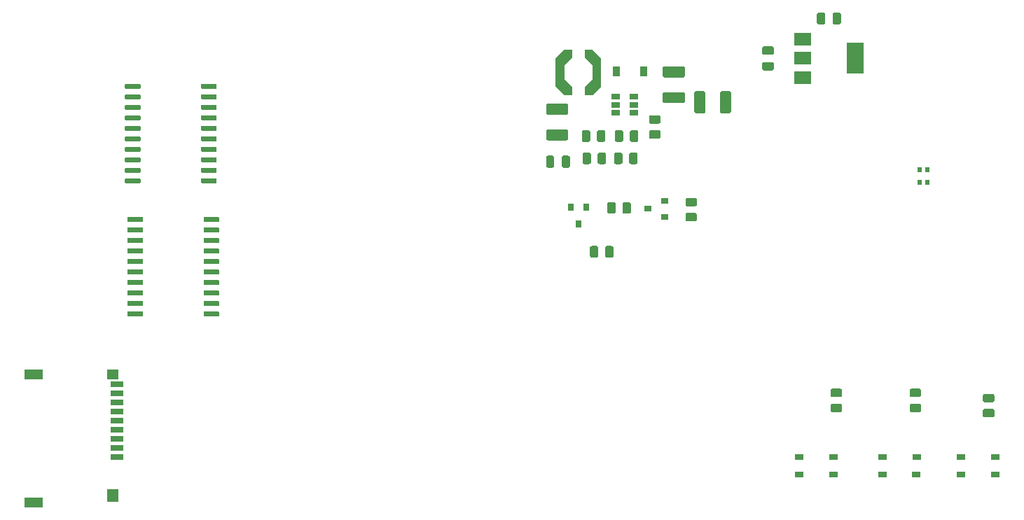
<source format=gbr>
G04 #@! TF.GenerationSoftware,KiCad,Pcbnew,5.1.5+dfsg1-2build2*
G04 #@! TF.CreationDate,2022-11-08T08:06:46+00:00*
G04 #@! TF.ProjectId,datapack-tool1,64617461-7061-4636-9b2d-746f6f6c312e,rev?*
G04 #@! TF.SameCoordinates,Original*
G04 #@! TF.FileFunction,Paste,Top*
G04 #@! TF.FilePolarity,Positive*
%FSLAX46Y46*%
G04 Gerber Fmt 4.6, Leading zero omitted, Abs format (unit mm)*
G04 Created by KiCad (PCBNEW 5.1.5+dfsg1-2build2) date 2022-11-08 08:06:46*
%MOMM*%
%LPD*%
G04 APERTURE LIST*
%ADD10R,2.000000X1.500000*%
%ADD11R,2.000000X3.800000*%
%ADD12C,0.100000*%
%ADD13R,1.600000X0.700000*%
%ADD14R,1.400000X1.200000*%
%ADD15R,1.400000X1.600000*%
%ADD16R,2.200000X1.200000*%
%ADD17R,1.060000X0.650000*%
%ADD18R,0.900000X0.800000*%
%ADD19R,1.050000X0.650000*%
%ADD20R,0.800000X0.900000*%
%ADD21R,0.900000X1.200000*%
G04 APERTURE END LIST*
D10*
X178206000Y-105904000D03*
X178206000Y-110504000D03*
X178206000Y-108204000D03*
D11*
X184506000Y-108204000D03*
D12*
G36*
X180680504Y-102654204D02*
G01*
X180704773Y-102657804D01*
X180728571Y-102663765D01*
X180751671Y-102672030D01*
X180773849Y-102682520D01*
X180794893Y-102695133D01*
X180814598Y-102709747D01*
X180832777Y-102726223D01*
X180849253Y-102744402D01*
X180863867Y-102764107D01*
X180876480Y-102785151D01*
X180886970Y-102807329D01*
X180895235Y-102830429D01*
X180901196Y-102854227D01*
X180904796Y-102878496D01*
X180906000Y-102903000D01*
X180906000Y-103853000D01*
X180904796Y-103877504D01*
X180901196Y-103901773D01*
X180895235Y-103925571D01*
X180886970Y-103948671D01*
X180876480Y-103970849D01*
X180863867Y-103991893D01*
X180849253Y-104011598D01*
X180832777Y-104029777D01*
X180814598Y-104046253D01*
X180794893Y-104060867D01*
X180773849Y-104073480D01*
X180751671Y-104083970D01*
X180728571Y-104092235D01*
X180704773Y-104098196D01*
X180680504Y-104101796D01*
X180656000Y-104103000D01*
X180156000Y-104103000D01*
X180131496Y-104101796D01*
X180107227Y-104098196D01*
X180083429Y-104092235D01*
X180060329Y-104083970D01*
X180038151Y-104073480D01*
X180017107Y-104060867D01*
X179997402Y-104046253D01*
X179979223Y-104029777D01*
X179962747Y-104011598D01*
X179948133Y-103991893D01*
X179935520Y-103970849D01*
X179925030Y-103948671D01*
X179916765Y-103925571D01*
X179910804Y-103901773D01*
X179907204Y-103877504D01*
X179906000Y-103853000D01*
X179906000Y-102903000D01*
X179907204Y-102878496D01*
X179910804Y-102854227D01*
X179916765Y-102830429D01*
X179925030Y-102807329D01*
X179935520Y-102785151D01*
X179948133Y-102764107D01*
X179962747Y-102744402D01*
X179979223Y-102726223D01*
X179997402Y-102709747D01*
X180017107Y-102695133D01*
X180038151Y-102682520D01*
X180060329Y-102672030D01*
X180083429Y-102663765D01*
X180107227Y-102657804D01*
X180131496Y-102654204D01*
X180156000Y-102653000D01*
X180656000Y-102653000D01*
X180680504Y-102654204D01*
G37*
G36*
X182580504Y-102654204D02*
G01*
X182604773Y-102657804D01*
X182628571Y-102663765D01*
X182651671Y-102672030D01*
X182673849Y-102682520D01*
X182694893Y-102695133D01*
X182714598Y-102709747D01*
X182732777Y-102726223D01*
X182749253Y-102744402D01*
X182763867Y-102764107D01*
X182776480Y-102785151D01*
X182786970Y-102807329D01*
X182795235Y-102830429D01*
X182801196Y-102854227D01*
X182804796Y-102878496D01*
X182806000Y-102903000D01*
X182806000Y-103853000D01*
X182804796Y-103877504D01*
X182801196Y-103901773D01*
X182795235Y-103925571D01*
X182786970Y-103948671D01*
X182776480Y-103970849D01*
X182763867Y-103991893D01*
X182749253Y-104011598D01*
X182732777Y-104029777D01*
X182714598Y-104046253D01*
X182694893Y-104060867D01*
X182673849Y-104073480D01*
X182651671Y-104083970D01*
X182628571Y-104092235D01*
X182604773Y-104098196D01*
X182580504Y-104101796D01*
X182556000Y-104103000D01*
X182056000Y-104103000D01*
X182031496Y-104101796D01*
X182007227Y-104098196D01*
X181983429Y-104092235D01*
X181960329Y-104083970D01*
X181938151Y-104073480D01*
X181917107Y-104060867D01*
X181897402Y-104046253D01*
X181879223Y-104029777D01*
X181862747Y-104011598D01*
X181848133Y-103991893D01*
X181835520Y-103970849D01*
X181825030Y-103948671D01*
X181816765Y-103925571D01*
X181810804Y-103901773D01*
X181807204Y-103877504D01*
X181806000Y-103853000D01*
X181806000Y-102903000D01*
X181807204Y-102878496D01*
X181810804Y-102854227D01*
X181816765Y-102830429D01*
X181825030Y-102807329D01*
X181835520Y-102785151D01*
X181848133Y-102764107D01*
X181862747Y-102744402D01*
X181879223Y-102726223D01*
X181897402Y-102709747D01*
X181917107Y-102695133D01*
X181938151Y-102682520D01*
X181960329Y-102672030D01*
X181983429Y-102663765D01*
X182007227Y-102657804D01*
X182031496Y-102654204D01*
X182056000Y-102653000D01*
X182556000Y-102653000D01*
X182580504Y-102654204D01*
G37*
G36*
X174489504Y-106755204D02*
G01*
X174513773Y-106758804D01*
X174537571Y-106764765D01*
X174560671Y-106773030D01*
X174582849Y-106783520D01*
X174603893Y-106796133D01*
X174623598Y-106810747D01*
X174641777Y-106827223D01*
X174658253Y-106845402D01*
X174672867Y-106865107D01*
X174685480Y-106886151D01*
X174695970Y-106908329D01*
X174704235Y-106931429D01*
X174710196Y-106955227D01*
X174713796Y-106979496D01*
X174715000Y-107004000D01*
X174715000Y-107504000D01*
X174713796Y-107528504D01*
X174710196Y-107552773D01*
X174704235Y-107576571D01*
X174695970Y-107599671D01*
X174685480Y-107621849D01*
X174672867Y-107642893D01*
X174658253Y-107662598D01*
X174641777Y-107680777D01*
X174623598Y-107697253D01*
X174603893Y-107711867D01*
X174582849Y-107724480D01*
X174560671Y-107734970D01*
X174537571Y-107743235D01*
X174513773Y-107749196D01*
X174489504Y-107752796D01*
X174465000Y-107754000D01*
X173515000Y-107754000D01*
X173490496Y-107752796D01*
X173466227Y-107749196D01*
X173442429Y-107743235D01*
X173419329Y-107734970D01*
X173397151Y-107724480D01*
X173376107Y-107711867D01*
X173356402Y-107697253D01*
X173338223Y-107680777D01*
X173321747Y-107662598D01*
X173307133Y-107642893D01*
X173294520Y-107621849D01*
X173284030Y-107599671D01*
X173275765Y-107576571D01*
X173269804Y-107552773D01*
X173266204Y-107528504D01*
X173265000Y-107504000D01*
X173265000Y-107004000D01*
X173266204Y-106979496D01*
X173269804Y-106955227D01*
X173275765Y-106931429D01*
X173284030Y-106908329D01*
X173294520Y-106886151D01*
X173307133Y-106865107D01*
X173321747Y-106845402D01*
X173338223Y-106827223D01*
X173356402Y-106810747D01*
X173376107Y-106796133D01*
X173397151Y-106783520D01*
X173419329Y-106773030D01*
X173442429Y-106764765D01*
X173466227Y-106758804D01*
X173490496Y-106755204D01*
X173515000Y-106754000D01*
X174465000Y-106754000D01*
X174489504Y-106755204D01*
G37*
G36*
X174489504Y-108655204D02*
G01*
X174513773Y-108658804D01*
X174537571Y-108664765D01*
X174560671Y-108673030D01*
X174582849Y-108683520D01*
X174603893Y-108696133D01*
X174623598Y-108710747D01*
X174641777Y-108727223D01*
X174658253Y-108745402D01*
X174672867Y-108765107D01*
X174685480Y-108786151D01*
X174695970Y-108808329D01*
X174704235Y-108831429D01*
X174710196Y-108855227D01*
X174713796Y-108879496D01*
X174715000Y-108904000D01*
X174715000Y-109404000D01*
X174713796Y-109428504D01*
X174710196Y-109452773D01*
X174704235Y-109476571D01*
X174695970Y-109499671D01*
X174685480Y-109521849D01*
X174672867Y-109542893D01*
X174658253Y-109562598D01*
X174641777Y-109580777D01*
X174623598Y-109597253D01*
X174603893Y-109611867D01*
X174582849Y-109624480D01*
X174560671Y-109634970D01*
X174537571Y-109643235D01*
X174513773Y-109649196D01*
X174489504Y-109652796D01*
X174465000Y-109654000D01*
X173515000Y-109654000D01*
X173490496Y-109652796D01*
X173466227Y-109649196D01*
X173442429Y-109643235D01*
X173419329Y-109634970D01*
X173397151Y-109624480D01*
X173376107Y-109611867D01*
X173356402Y-109597253D01*
X173338223Y-109580777D01*
X173321747Y-109562598D01*
X173307133Y-109542893D01*
X173294520Y-109521849D01*
X173284030Y-109499671D01*
X173275765Y-109476571D01*
X173269804Y-109452773D01*
X173266204Y-109428504D01*
X173265000Y-109404000D01*
X173265000Y-108904000D01*
X173266204Y-108879496D01*
X173269804Y-108855227D01*
X173275765Y-108831429D01*
X173284030Y-108808329D01*
X173294520Y-108786151D01*
X173307133Y-108765107D01*
X173321747Y-108745402D01*
X173338223Y-108727223D01*
X173356402Y-108710747D01*
X173376107Y-108696133D01*
X173397151Y-108683520D01*
X173419329Y-108673030D01*
X173442429Y-108664765D01*
X173466227Y-108658804D01*
X173490496Y-108655204D01*
X173515000Y-108654000D01*
X174465000Y-108654000D01*
X174489504Y-108655204D01*
G37*
D13*
X95300000Y-154200000D03*
X95300000Y-155300000D03*
X95300000Y-156400000D03*
X95300000Y-153100000D03*
X95300000Y-152000000D03*
X95300000Y-150900000D03*
X95300000Y-148700000D03*
X95300000Y-149800000D03*
X95300000Y-147600000D03*
D14*
X94800000Y-146450000D03*
D15*
X94800000Y-161050000D03*
D16*
X85200000Y-146450000D03*
X85200000Y-161950000D03*
D17*
X155600000Y-113800000D03*
X155600000Y-114750000D03*
X155600000Y-112850000D03*
X157800000Y-112850000D03*
X157800000Y-113800000D03*
X157800000Y-114750000D03*
D12*
G36*
X107514703Y-127385722D02*
G01*
X107529264Y-127387882D01*
X107543543Y-127391459D01*
X107557403Y-127396418D01*
X107570710Y-127402712D01*
X107583336Y-127410280D01*
X107595159Y-127419048D01*
X107606066Y-127428934D01*
X107615952Y-127439841D01*
X107624720Y-127451664D01*
X107632288Y-127464290D01*
X107638582Y-127477597D01*
X107643541Y-127491457D01*
X107647118Y-127505736D01*
X107649278Y-127520297D01*
X107650000Y-127535000D01*
X107650000Y-127835000D01*
X107649278Y-127849703D01*
X107647118Y-127864264D01*
X107643541Y-127878543D01*
X107638582Y-127892403D01*
X107632288Y-127905710D01*
X107624720Y-127918336D01*
X107615952Y-127930159D01*
X107606066Y-127941066D01*
X107595159Y-127950952D01*
X107583336Y-127959720D01*
X107570710Y-127967288D01*
X107557403Y-127973582D01*
X107543543Y-127978541D01*
X107529264Y-127982118D01*
X107514703Y-127984278D01*
X107500000Y-127985000D01*
X105900000Y-127985000D01*
X105885297Y-127984278D01*
X105870736Y-127982118D01*
X105856457Y-127978541D01*
X105842597Y-127973582D01*
X105829290Y-127967288D01*
X105816664Y-127959720D01*
X105804841Y-127950952D01*
X105793934Y-127941066D01*
X105784048Y-127930159D01*
X105775280Y-127918336D01*
X105767712Y-127905710D01*
X105761418Y-127892403D01*
X105756459Y-127878543D01*
X105752882Y-127864264D01*
X105750722Y-127849703D01*
X105750000Y-127835000D01*
X105750000Y-127535000D01*
X105750722Y-127520297D01*
X105752882Y-127505736D01*
X105756459Y-127491457D01*
X105761418Y-127477597D01*
X105767712Y-127464290D01*
X105775280Y-127451664D01*
X105784048Y-127439841D01*
X105793934Y-127428934D01*
X105804841Y-127419048D01*
X105816664Y-127410280D01*
X105829290Y-127402712D01*
X105842597Y-127396418D01*
X105856457Y-127391459D01*
X105870736Y-127387882D01*
X105885297Y-127385722D01*
X105900000Y-127385000D01*
X107500000Y-127385000D01*
X107514703Y-127385722D01*
G37*
G36*
X107514703Y-128655722D02*
G01*
X107529264Y-128657882D01*
X107543543Y-128661459D01*
X107557403Y-128666418D01*
X107570710Y-128672712D01*
X107583336Y-128680280D01*
X107595159Y-128689048D01*
X107606066Y-128698934D01*
X107615952Y-128709841D01*
X107624720Y-128721664D01*
X107632288Y-128734290D01*
X107638582Y-128747597D01*
X107643541Y-128761457D01*
X107647118Y-128775736D01*
X107649278Y-128790297D01*
X107650000Y-128805000D01*
X107650000Y-129105000D01*
X107649278Y-129119703D01*
X107647118Y-129134264D01*
X107643541Y-129148543D01*
X107638582Y-129162403D01*
X107632288Y-129175710D01*
X107624720Y-129188336D01*
X107615952Y-129200159D01*
X107606066Y-129211066D01*
X107595159Y-129220952D01*
X107583336Y-129229720D01*
X107570710Y-129237288D01*
X107557403Y-129243582D01*
X107543543Y-129248541D01*
X107529264Y-129252118D01*
X107514703Y-129254278D01*
X107500000Y-129255000D01*
X105900000Y-129255000D01*
X105885297Y-129254278D01*
X105870736Y-129252118D01*
X105856457Y-129248541D01*
X105842597Y-129243582D01*
X105829290Y-129237288D01*
X105816664Y-129229720D01*
X105804841Y-129220952D01*
X105793934Y-129211066D01*
X105784048Y-129200159D01*
X105775280Y-129188336D01*
X105767712Y-129175710D01*
X105761418Y-129162403D01*
X105756459Y-129148543D01*
X105752882Y-129134264D01*
X105750722Y-129119703D01*
X105750000Y-129105000D01*
X105750000Y-128805000D01*
X105750722Y-128790297D01*
X105752882Y-128775736D01*
X105756459Y-128761457D01*
X105761418Y-128747597D01*
X105767712Y-128734290D01*
X105775280Y-128721664D01*
X105784048Y-128709841D01*
X105793934Y-128698934D01*
X105804841Y-128689048D01*
X105816664Y-128680280D01*
X105829290Y-128672712D01*
X105842597Y-128666418D01*
X105856457Y-128661459D01*
X105870736Y-128657882D01*
X105885297Y-128655722D01*
X105900000Y-128655000D01*
X107500000Y-128655000D01*
X107514703Y-128655722D01*
G37*
G36*
X107514703Y-129925722D02*
G01*
X107529264Y-129927882D01*
X107543543Y-129931459D01*
X107557403Y-129936418D01*
X107570710Y-129942712D01*
X107583336Y-129950280D01*
X107595159Y-129959048D01*
X107606066Y-129968934D01*
X107615952Y-129979841D01*
X107624720Y-129991664D01*
X107632288Y-130004290D01*
X107638582Y-130017597D01*
X107643541Y-130031457D01*
X107647118Y-130045736D01*
X107649278Y-130060297D01*
X107650000Y-130075000D01*
X107650000Y-130375000D01*
X107649278Y-130389703D01*
X107647118Y-130404264D01*
X107643541Y-130418543D01*
X107638582Y-130432403D01*
X107632288Y-130445710D01*
X107624720Y-130458336D01*
X107615952Y-130470159D01*
X107606066Y-130481066D01*
X107595159Y-130490952D01*
X107583336Y-130499720D01*
X107570710Y-130507288D01*
X107557403Y-130513582D01*
X107543543Y-130518541D01*
X107529264Y-130522118D01*
X107514703Y-130524278D01*
X107500000Y-130525000D01*
X105900000Y-130525000D01*
X105885297Y-130524278D01*
X105870736Y-130522118D01*
X105856457Y-130518541D01*
X105842597Y-130513582D01*
X105829290Y-130507288D01*
X105816664Y-130499720D01*
X105804841Y-130490952D01*
X105793934Y-130481066D01*
X105784048Y-130470159D01*
X105775280Y-130458336D01*
X105767712Y-130445710D01*
X105761418Y-130432403D01*
X105756459Y-130418543D01*
X105752882Y-130404264D01*
X105750722Y-130389703D01*
X105750000Y-130375000D01*
X105750000Y-130075000D01*
X105750722Y-130060297D01*
X105752882Y-130045736D01*
X105756459Y-130031457D01*
X105761418Y-130017597D01*
X105767712Y-130004290D01*
X105775280Y-129991664D01*
X105784048Y-129979841D01*
X105793934Y-129968934D01*
X105804841Y-129959048D01*
X105816664Y-129950280D01*
X105829290Y-129942712D01*
X105842597Y-129936418D01*
X105856457Y-129931459D01*
X105870736Y-129927882D01*
X105885297Y-129925722D01*
X105900000Y-129925000D01*
X107500000Y-129925000D01*
X107514703Y-129925722D01*
G37*
G36*
X107514703Y-131195722D02*
G01*
X107529264Y-131197882D01*
X107543543Y-131201459D01*
X107557403Y-131206418D01*
X107570710Y-131212712D01*
X107583336Y-131220280D01*
X107595159Y-131229048D01*
X107606066Y-131238934D01*
X107615952Y-131249841D01*
X107624720Y-131261664D01*
X107632288Y-131274290D01*
X107638582Y-131287597D01*
X107643541Y-131301457D01*
X107647118Y-131315736D01*
X107649278Y-131330297D01*
X107650000Y-131345000D01*
X107650000Y-131645000D01*
X107649278Y-131659703D01*
X107647118Y-131674264D01*
X107643541Y-131688543D01*
X107638582Y-131702403D01*
X107632288Y-131715710D01*
X107624720Y-131728336D01*
X107615952Y-131740159D01*
X107606066Y-131751066D01*
X107595159Y-131760952D01*
X107583336Y-131769720D01*
X107570710Y-131777288D01*
X107557403Y-131783582D01*
X107543543Y-131788541D01*
X107529264Y-131792118D01*
X107514703Y-131794278D01*
X107500000Y-131795000D01*
X105900000Y-131795000D01*
X105885297Y-131794278D01*
X105870736Y-131792118D01*
X105856457Y-131788541D01*
X105842597Y-131783582D01*
X105829290Y-131777288D01*
X105816664Y-131769720D01*
X105804841Y-131760952D01*
X105793934Y-131751066D01*
X105784048Y-131740159D01*
X105775280Y-131728336D01*
X105767712Y-131715710D01*
X105761418Y-131702403D01*
X105756459Y-131688543D01*
X105752882Y-131674264D01*
X105750722Y-131659703D01*
X105750000Y-131645000D01*
X105750000Y-131345000D01*
X105750722Y-131330297D01*
X105752882Y-131315736D01*
X105756459Y-131301457D01*
X105761418Y-131287597D01*
X105767712Y-131274290D01*
X105775280Y-131261664D01*
X105784048Y-131249841D01*
X105793934Y-131238934D01*
X105804841Y-131229048D01*
X105816664Y-131220280D01*
X105829290Y-131212712D01*
X105842597Y-131206418D01*
X105856457Y-131201459D01*
X105870736Y-131197882D01*
X105885297Y-131195722D01*
X105900000Y-131195000D01*
X107500000Y-131195000D01*
X107514703Y-131195722D01*
G37*
G36*
X107514703Y-132465722D02*
G01*
X107529264Y-132467882D01*
X107543543Y-132471459D01*
X107557403Y-132476418D01*
X107570710Y-132482712D01*
X107583336Y-132490280D01*
X107595159Y-132499048D01*
X107606066Y-132508934D01*
X107615952Y-132519841D01*
X107624720Y-132531664D01*
X107632288Y-132544290D01*
X107638582Y-132557597D01*
X107643541Y-132571457D01*
X107647118Y-132585736D01*
X107649278Y-132600297D01*
X107650000Y-132615000D01*
X107650000Y-132915000D01*
X107649278Y-132929703D01*
X107647118Y-132944264D01*
X107643541Y-132958543D01*
X107638582Y-132972403D01*
X107632288Y-132985710D01*
X107624720Y-132998336D01*
X107615952Y-133010159D01*
X107606066Y-133021066D01*
X107595159Y-133030952D01*
X107583336Y-133039720D01*
X107570710Y-133047288D01*
X107557403Y-133053582D01*
X107543543Y-133058541D01*
X107529264Y-133062118D01*
X107514703Y-133064278D01*
X107500000Y-133065000D01*
X105900000Y-133065000D01*
X105885297Y-133064278D01*
X105870736Y-133062118D01*
X105856457Y-133058541D01*
X105842597Y-133053582D01*
X105829290Y-133047288D01*
X105816664Y-133039720D01*
X105804841Y-133030952D01*
X105793934Y-133021066D01*
X105784048Y-133010159D01*
X105775280Y-132998336D01*
X105767712Y-132985710D01*
X105761418Y-132972403D01*
X105756459Y-132958543D01*
X105752882Y-132944264D01*
X105750722Y-132929703D01*
X105750000Y-132915000D01*
X105750000Y-132615000D01*
X105750722Y-132600297D01*
X105752882Y-132585736D01*
X105756459Y-132571457D01*
X105761418Y-132557597D01*
X105767712Y-132544290D01*
X105775280Y-132531664D01*
X105784048Y-132519841D01*
X105793934Y-132508934D01*
X105804841Y-132499048D01*
X105816664Y-132490280D01*
X105829290Y-132482712D01*
X105842597Y-132476418D01*
X105856457Y-132471459D01*
X105870736Y-132467882D01*
X105885297Y-132465722D01*
X105900000Y-132465000D01*
X107500000Y-132465000D01*
X107514703Y-132465722D01*
G37*
G36*
X107514703Y-133735722D02*
G01*
X107529264Y-133737882D01*
X107543543Y-133741459D01*
X107557403Y-133746418D01*
X107570710Y-133752712D01*
X107583336Y-133760280D01*
X107595159Y-133769048D01*
X107606066Y-133778934D01*
X107615952Y-133789841D01*
X107624720Y-133801664D01*
X107632288Y-133814290D01*
X107638582Y-133827597D01*
X107643541Y-133841457D01*
X107647118Y-133855736D01*
X107649278Y-133870297D01*
X107650000Y-133885000D01*
X107650000Y-134185000D01*
X107649278Y-134199703D01*
X107647118Y-134214264D01*
X107643541Y-134228543D01*
X107638582Y-134242403D01*
X107632288Y-134255710D01*
X107624720Y-134268336D01*
X107615952Y-134280159D01*
X107606066Y-134291066D01*
X107595159Y-134300952D01*
X107583336Y-134309720D01*
X107570710Y-134317288D01*
X107557403Y-134323582D01*
X107543543Y-134328541D01*
X107529264Y-134332118D01*
X107514703Y-134334278D01*
X107500000Y-134335000D01*
X105900000Y-134335000D01*
X105885297Y-134334278D01*
X105870736Y-134332118D01*
X105856457Y-134328541D01*
X105842597Y-134323582D01*
X105829290Y-134317288D01*
X105816664Y-134309720D01*
X105804841Y-134300952D01*
X105793934Y-134291066D01*
X105784048Y-134280159D01*
X105775280Y-134268336D01*
X105767712Y-134255710D01*
X105761418Y-134242403D01*
X105756459Y-134228543D01*
X105752882Y-134214264D01*
X105750722Y-134199703D01*
X105750000Y-134185000D01*
X105750000Y-133885000D01*
X105750722Y-133870297D01*
X105752882Y-133855736D01*
X105756459Y-133841457D01*
X105761418Y-133827597D01*
X105767712Y-133814290D01*
X105775280Y-133801664D01*
X105784048Y-133789841D01*
X105793934Y-133778934D01*
X105804841Y-133769048D01*
X105816664Y-133760280D01*
X105829290Y-133752712D01*
X105842597Y-133746418D01*
X105856457Y-133741459D01*
X105870736Y-133737882D01*
X105885297Y-133735722D01*
X105900000Y-133735000D01*
X107500000Y-133735000D01*
X107514703Y-133735722D01*
G37*
G36*
X107514703Y-135005722D02*
G01*
X107529264Y-135007882D01*
X107543543Y-135011459D01*
X107557403Y-135016418D01*
X107570710Y-135022712D01*
X107583336Y-135030280D01*
X107595159Y-135039048D01*
X107606066Y-135048934D01*
X107615952Y-135059841D01*
X107624720Y-135071664D01*
X107632288Y-135084290D01*
X107638582Y-135097597D01*
X107643541Y-135111457D01*
X107647118Y-135125736D01*
X107649278Y-135140297D01*
X107650000Y-135155000D01*
X107650000Y-135455000D01*
X107649278Y-135469703D01*
X107647118Y-135484264D01*
X107643541Y-135498543D01*
X107638582Y-135512403D01*
X107632288Y-135525710D01*
X107624720Y-135538336D01*
X107615952Y-135550159D01*
X107606066Y-135561066D01*
X107595159Y-135570952D01*
X107583336Y-135579720D01*
X107570710Y-135587288D01*
X107557403Y-135593582D01*
X107543543Y-135598541D01*
X107529264Y-135602118D01*
X107514703Y-135604278D01*
X107500000Y-135605000D01*
X105900000Y-135605000D01*
X105885297Y-135604278D01*
X105870736Y-135602118D01*
X105856457Y-135598541D01*
X105842597Y-135593582D01*
X105829290Y-135587288D01*
X105816664Y-135579720D01*
X105804841Y-135570952D01*
X105793934Y-135561066D01*
X105784048Y-135550159D01*
X105775280Y-135538336D01*
X105767712Y-135525710D01*
X105761418Y-135512403D01*
X105756459Y-135498543D01*
X105752882Y-135484264D01*
X105750722Y-135469703D01*
X105750000Y-135455000D01*
X105750000Y-135155000D01*
X105750722Y-135140297D01*
X105752882Y-135125736D01*
X105756459Y-135111457D01*
X105761418Y-135097597D01*
X105767712Y-135084290D01*
X105775280Y-135071664D01*
X105784048Y-135059841D01*
X105793934Y-135048934D01*
X105804841Y-135039048D01*
X105816664Y-135030280D01*
X105829290Y-135022712D01*
X105842597Y-135016418D01*
X105856457Y-135011459D01*
X105870736Y-135007882D01*
X105885297Y-135005722D01*
X105900000Y-135005000D01*
X107500000Y-135005000D01*
X107514703Y-135005722D01*
G37*
G36*
X107514703Y-136275722D02*
G01*
X107529264Y-136277882D01*
X107543543Y-136281459D01*
X107557403Y-136286418D01*
X107570710Y-136292712D01*
X107583336Y-136300280D01*
X107595159Y-136309048D01*
X107606066Y-136318934D01*
X107615952Y-136329841D01*
X107624720Y-136341664D01*
X107632288Y-136354290D01*
X107638582Y-136367597D01*
X107643541Y-136381457D01*
X107647118Y-136395736D01*
X107649278Y-136410297D01*
X107650000Y-136425000D01*
X107650000Y-136725000D01*
X107649278Y-136739703D01*
X107647118Y-136754264D01*
X107643541Y-136768543D01*
X107638582Y-136782403D01*
X107632288Y-136795710D01*
X107624720Y-136808336D01*
X107615952Y-136820159D01*
X107606066Y-136831066D01*
X107595159Y-136840952D01*
X107583336Y-136849720D01*
X107570710Y-136857288D01*
X107557403Y-136863582D01*
X107543543Y-136868541D01*
X107529264Y-136872118D01*
X107514703Y-136874278D01*
X107500000Y-136875000D01*
X105900000Y-136875000D01*
X105885297Y-136874278D01*
X105870736Y-136872118D01*
X105856457Y-136868541D01*
X105842597Y-136863582D01*
X105829290Y-136857288D01*
X105816664Y-136849720D01*
X105804841Y-136840952D01*
X105793934Y-136831066D01*
X105784048Y-136820159D01*
X105775280Y-136808336D01*
X105767712Y-136795710D01*
X105761418Y-136782403D01*
X105756459Y-136768543D01*
X105752882Y-136754264D01*
X105750722Y-136739703D01*
X105750000Y-136725000D01*
X105750000Y-136425000D01*
X105750722Y-136410297D01*
X105752882Y-136395736D01*
X105756459Y-136381457D01*
X105761418Y-136367597D01*
X105767712Y-136354290D01*
X105775280Y-136341664D01*
X105784048Y-136329841D01*
X105793934Y-136318934D01*
X105804841Y-136309048D01*
X105816664Y-136300280D01*
X105829290Y-136292712D01*
X105842597Y-136286418D01*
X105856457Y-136281459D01*
X105870736Y-136277882D01*
X105885297Y-136275722D01*
X105900000Y-136275000D01*
X107500000Y-136275000D01*
X107514703Y-136275722D01*
G37*
G36*
X107514703Y-137545722D02*
G01*
X107529264Y-137547882D01*
X107543543Y-137551459D01*
X107557403Y-137556418D01*
X107570710Y-137562712D01*
X107583336Y-137570280D01*
X107595159Y-137579048D01*
X107606066Y-137588934D01*
X107615952Y-137599841D01*
X107624720Y-137611664D01*
X107632288Y-137624290D01*
X107638582Y-137637597D01*
X107643541Y-137651457D01*
X107647118Y-137665736D01*
X107649278Y-137680297D01*
X107650000Y-137695000D01*
X107650000Y-137995000D01*
X107649278Y-138009703D01*
X107647118Y-138024264D01*
X107643541Y-138038543D01*
X107638582Y-138052403D01*
X107632288Y-138065710D01*
X107624720Y-138078336D01*
X107615952Y-138090159D01*
X107606066Y-138101066D01*
X107595159Y-138110952D01*
X107583336Y-138119720D01*
X107570710Y-138127288D01*
X107557403Y-138133582D01*
X107543543Y-138138541D01*
X107529264Y-138142118D01*
X107514703Y-138144278D01*
X107500000Y-138145000D01*
X105900000Y-138145000D01*
X105885297Y-138144278D01*
X105870736Y-138142118D01*
X105856457Y-138138541D01*
X105842597Y-138133582D01*
X105829290Y-138127288D01*
X105816664Y-138119720D01*
X105804841Y-138110952D01*
X105793934Y-138101066D01*
X105784048Y-138090159D01*
X105775280Y-138078336D01*
X105767712Y-138065710D01*
X105761418Y-138052403D01*
X105756459Y-138038543D01*
X105752882Y-138024264D01*
X105750722Y-138009703D01*
X105750000Y-137995000D01*
X105750000Y-137695000D01*
X105750722Y-137680297D01*
X105752882Y-137665736D01*
X105756459Y-137651457D01*
X105761418Y-137637597D01*
X105767712Y-137624290D01*
X105775280Y-137611664D01*
X105784048Y-137599841D01*
X105793934Y-137588934D01*
X105804841Y-137579048D01*
X105816664Y-137570280D01*
X105829290Y-137562712D01*
X105842597Y-137556418D01*
X105856457Y-137551459D01*
X105870736Y-137547882D01*
X105885297Y-137545722D01*
X105900000Y-137545000D01*
X107500000Y-137545000D01*
X107514703Y-137545722D01*
G37*
G36*
X107514703Y-138815722D02*
G01*
X107529264Y-138817882D01*
X107543543Y-138821459D01*
X107557403Y-138826418D01*
X107570710Y-138832712D01*
X107583336Y-138840280D01*
X107595159Y-138849048D01*
X107606066Y-138858934D01*
X107615952Y-138869841D01*
X107624720Y-138881664D01*
X107632288Y-138894290D01*
X107638582Y-138907597D01*
X107643541Y-138921457D01*
X107647118Y-138935736D01*
X107649278Y-138950297D01*
X107650000Y-138965000D01*
X107650000Y-139265000D01*
X107649278Y-139279703D01*
X107647118Y-139294264D01*
X107643541Y-139308543D01*
X107638582Y-139322403D01*
X107632288Y-139335710D01*
X107624720Y-139348336D01*
X107615952Y-139360159D01*
X107606066Y-139371066D01*
X107595159Y-139380952D01*
X107583336Y-139389720D01*
X107570710Y-139397288D01*
X107557403Y-139403582D01*
X107543543Y-139408541D01*
X107529264Y-139412118D01*
X107514703Y-139414278D01*
X107500000Y-139415000D01*
X105900000Y-139415000D01*
X105885297Y-139414278D01*
X105870736Y-139412118D01*
X105856457Y-139408541D01*
X105842597Y-139403582D01*
X105829290Y-139397288D01*
X105816664Y-139389720D01*
X105804841Y-139380952D01*
X105793934Y-139371066D01*
X105784048Y-139360159D01*
X105775280Y-139348336D01*
X105767712Y-139335710D01*
X105761418Y-139322403D01*
X105756459Y-139308543D01*
X105752882Y-139294264D01*
X105750722Y-139279703D01*
X105750000Y-139265000D01*
X105750000Y-138965000D01*
X105750722Y-138950297D01*
X105752882Y-138935736D01*
X105756459Y-138921457D01*
X105761418Y-138907597D01*
X105767712Y-138894290D01*
X105775280Y-138881664D01*
X105784048Y-138869841D01*
X105793934Y-138858934D01*
X105804841Y-138849048D01*
X105816664Y-138840280D01*
X105829290Y-138832712D01*
X105842597Y-138826418D01*
X105856457Y-138821459D01*
X105870736Y-138817882D01*
X105885297Y-138815722D01*
X105900000Y-138815000D01*
X107500000Y-138815000D01*
X107514703Y-138815722D01*
G37*
G36*
X98314703Y-138815722D02*
G01*
X98329264Y-138817882D01*
X98343543Y-138821459D01*
X98357403Y-138826418D01*
X98370710Y-138832712D01*
X98383336Y-138840280D01*
X98395159Y-138849048D01*
X98406066Y-138858934D01*
X98415952Y-138869841D01*
X98424720Y-138881664D01*
X98432288Y-138894290D01*
X98438582Y-138907597D01*
X98443541Y-138921457D01*
X98447118Y-138935736D01*
X98449278Y-138950297D01*
X98450000Y-138965000D01*
X98450000Y-139265000D01*
X98449278Y-139279703D01*
X98447118Y-139294264D01*
X98443541Y-139308543D01*
X98438582Y-139322403D01*
X98432288Y-139335710D01*
X98424720Y-139348336D01*
X98415952Y-139360159D01*
X98406066Y-139371066D01*
X98395159Y-139380952D01*
X98383336Y-139389720D01*
X98370710Y-139397288D01*
X98357403Y-139403582D01*
X98343543Y-139408541D01*
X98329264Y-139412118D01*
X98314703Y-139414278D01*
X98300000Y-139415000D01*
X96700000Y-139415000D01*
X96685297Y-139414278D01*
X96670736Y-139412118D01*
X96656457Y-139408541D01*
X96642597Y-139403582D01*
X96629290Y-139397288D01*
X96616664Y-139389720D01*
X96604841Y-139380952D01*
X96593934Y-139371066D01*
X96584048Y-139360159D01*
X96575280Y-139348336D01*
X96567712Y-139335710D01*
X96561418Y-139322403D01*
X96556459Y-139308543D01*
X96552882Y-139294264D01*
X96550722Y-139279703D01*
X96550000Y-139265000D01*
X96550000Y-138965000D01*
X96550722Y-138950297D01*
X96552882Y-138935736D01*
X96556459Y-138921457D01*
X96561418Y-138907597D01*
X96567712Y-138894290D01*
X96575280Y-138881664D01*
X96584048Y-138869841D01*
X96593934Y-138858934D01*
X96604841Y-138849048D01*
X96616664Y-138840280D01*
X96629290Y-138832712D01*
X96642597Y-138826418D01*
X96656457Y-138821459D01*
X96670736Y-138817882D01*
X96685297Y-138815722D01*
X96700000Y-138815000D01*
X98300000Y-138815000D01*
X98314703Y-138815722D01*
G37*
G36*
X98314703Y-137545722D02*
G01*
X98329264Y-137547882D01*
X98343543Y-137551459D01*
X98357403Y-137556418D01*
X98370710Y-137562712D01*
X98383336Y-137570280D01*
X98395159Y-137579048D01*
X98406066Y-137588934D01*
X98415952Y-137599841D01*
X98424720Y-137611664D01*
X98432288Y-137624290D01*
X98438582Y-137637597D01*
X98443541Y-137651457D01*
X98447118Y-137665736D01*
X98449278Y-137680297D01*
X98450000Y-137695000D01*
X98450000Y-137995000D01*
X98449278Y-138009703D01*
X98447118Y-138024264D01*
X98443541Y-138038543D01*
X98438582Y-138052403D01*
X98432288Y-138065710D01*
X98424720Y-138078336D01*
X98415952Y-138090159D01*
X98406066Y-138101066D01*
X98395159Y-138110952D01*
X98383336Y-138119720D01*
X98370710Y-138127288D01*
X98357403Y-138133582D01*
X98343543Y-138138541D01*
X98329264Y-138142118D01*
X98314703Y-138144278D01*
X98300000Y-138145000D01*
X96700000Y-138145000D01*
X96685297Y-138144278D01*
X96670736Y-138142118D01*
X96656457Y-138138541D01*
X96642597Y-138133582D01*
X96629290Y-138127288D01*
X96616664Y-138119720D01*
X96604841Y-138110952D01*
X96593934Y-138101066D01*
X96584048Y-138090159D01*
X96575280Y-138078336D01*
X96567712Y-138065710D01*
X96561418Y-138052403D01*
X96556459Y-138038543D01*
X96552882Y-138024264D01*
X96550722Y-138009703D01*
X96550000Y-137995000D01*
X96550000Y-137695000D01*
X96550722Y-137680297D01*
X96552882Y-137665736D01*
X96556459Y-137651457D01*
X96561418Y-137637597D01*
X96567712Y-137624290D01*
X96575280Y-137611664D01*
X96584048Y-137599841D01*
X96593934Y-137588934D01*
X96604841Y-137579048D01*
X96616664Y-137570280D01*
X96629290Y-137562712D01*
X96642597Y-137556418D01*
X96656457Y-137551459D01*
X96670736Y-137547882D01*
X96685297Y-137545722D01*
X96700000Y-137545000D01*
X98300000Y-137545000D01*
X98314703Y-137545722D01*
G37*
G36*
X98314703Y-136275722D02*
G01*
X98329264Y-136277882D01*
X98343543Y-136281459D01*
X98357403Y-136286418D01*
X98370710Y-136292712D01*
X98383336Y-136300280D01*
X98395159Y-136309048D01*
X98406066Y-136318934D01*
X98415952Y-136329841D01*
X98424720Y-136341664D01*
X98432288Y-136354290D01*
X98438582Y-136367597D01*
X98443541Y-136381457D01*
X98447118Y-136395736D01*
X98449278Y-136410297D01*
X98450000Y-136425000D01*
X98450000Y-136725000D01*
X98449278Y-136739703D01*
X98447118Y-136754264D01*
X98443541Y-136768543D01*
X98438582Y-136782403D01*
X98432288Y-136795710D01*
X98424720Y-136808336D01*
X98415952Y-136820159D01*
X98406066Y-136831066D01*
X98395159Y-136840952D01*
X98383336Y-136849720D01*
X98370710Y-136857288D01*
X98357403Y-136863582D01*
X98343543Y-136868541D01*
X98329264Y-136872118D01*
X98314703Y-136874278D01*
X98300000Y-136875000D01*
X96700000Y-136875000D01*
X96685297Y-136874278D01*
X96670736Y-136872118D01*
X96656457Y-136868541D01*
X96642597Y-136863582D01*
X96629290Y-136857288D01*
X96616664Y-136849720D01*
X96604841Y-136840952D01*
X96593934Y-136831066D01*
X96584048Y-136820159D01*
X96575280Y-136808336D01*
X96567712Y-136795710D01*
X96561418Y-136782403D01*
X96556459Y-136768543D01*
X96552882Y-136754264D01*
X96550722Y-136739703D01*
X96550000Y-136725000D01*
X96550000Y-136425000D01*
X96550722Y-136410297D01*
X96552882Y-136395736D01*
X96556459Y-136381457D01*
X96561418Y-136367597D01*
X96567712Y-136354290D01*
X96575280Y-136341664D01*
X96584048Y-136329841D01*
X96593934Y-136318934D01*
X96604841Y-136309048D01*
X96616664Y-136300280D01*
X96629290Y-136292712D01*
X96642597Y-136286418D01*
X96656457Y-136281459D01*
X96670736Y-136277882D01*
X96685297Y-136275722D01*
X96700000Y-136275000D01*
X98300000Y-136275000D01*
X98314703Y-136275722D01*
G37*
G36*
X98314703Y-135005722D02*
G01*
X98329264Y-135007882D01*
X98343543Y-135011459D01*
X98357403Y-135016418D01*
X98370710Y-135022712D01*
X98383336Y-135030280D01*
X98395159Y-135039048D01*
X98406066Y-135048934D01*
X98415952Y-135059841D01*
X98424720Y-135071664D01*
X98432288Y-135084290D01*
X98438582Y-135097597D01*
X98443541Y-135111457D01*
X98447118Y-135125736D01*
X98449278Y-135140297D01*
X98450000Y-135155000D01*
X98450000Y-135455000D01*
X98449278Y-135469703D01*
X98447118Y-135484264D01*
X98443541Y-135498543D01*
X98438582Y-135512403D01*
X98432288Y-135525710D01*
X98424720Y-135538336D01*
X98415952Y-135550159D01*
X98406066Y-135561066D01*
X98395159Y-135570952D01*
X98383336Y-135579720D01*
X98370710Y-135587288D01*
X98357403Y-135593582D01*
X98343543Y-135598541D01*
X98329264Y-135602118D01*
X98314703Y-135604278D01*
X98300000Y-135605000D01*
X96700000Y-135605000D01*
X96685297Y-135604278D01*
X96670736Y-135602118D01*
X96656457Y-135598541D01*
X96642597Y-135593582D01*
X96629290Y-135587288D01*
X96616664Y-135579720D01*
X96604841Y-135570952D01*
X96593934Y-135561066D01*
X96584048Y-135550159D01*
X96575280Y-135538336D01*
X96567712Y-135525710D01*
X96561418Y-135512403D01*
X96556459Y-135498543D01*
X96552882Y-135484264D01*
X96550722Y-135469703D01*
X96550000Y-135455000D01*
X96550000Y-135155000D01*
X96550722Y-135140297D01*
X96552882Y-135125736D01*
X96556459Y-135111457D01*
X96561418Y-135097597D01*
X96567712Y-135084290D01*
X96575280Y-135071664D01*
X96584048Y-135059841D01*
X96593934Y-135048934D01*
X96604841Y-135039048D01*
X96616664Y-135030280D01*
X96629290Y-135022712D01*
X96642597Y-135016418D01*
X96656457Y-135011459D01*
X96670736Y-135007882D01*
X96685297Y-135005722D01*
X96700000Y-135005000D01*
X98300000Y-135005000D01*
X98314703Y-135005722D01*
G37*
G36*
X98314703Y-133735722D02*
G01*
X98329264Y-133737882D01*
X98343543Y-133741459D01*
X98357403Y-133746418D01*
X98370710Y-133752712D01*
X98383336Y-133760280D01*
X98395159Y-133769048D01*
X98406066Y-133778934D01*
X98415952Y-133789841D01*
X98424720Y-133801664D01*
X98432288Y-133814290D01*
X98438582Y-133827597D01*
X98443541Y-133841457D01*
X98447118Y-133855736D01*
X98449278Y-133870297D01*
X98450000Y-133885000D01*
X98450000Y-134185000D01*
X98449278Y-134199703D01*
X98447118Y-134214264D01*
X98443541Y-134228543D01*
X98438582Y-134242403D01*
X98432288Y-134255710D01*
X98424720Y-134268336D01*
X98415952Y-134280159D01*
X98406066Y-134291066D01*
X98395159Y-134300952D01*
X98383336Y-134309720D01*
X98370710Y-134317288D01*
X98357403Y-134323582D01*
X98343543Y-134328541D01*
X98329264Y-134332118D01*
X98314703Y-134334278D01*
X98300000Y-134335000D01*
X96700000Y-134335000D01*
X96685297Y-134334278D01*
X96670736Y-134332118D01*
X96656457Y-134328541D01*
X96642597Y-134323582D01*
X96629290Y-134317288D01*
X96616664Y-134309720D01*
X96604841Y-134300952D01*
X96593934Y-134291066D01*
X96584048Y-134280159D01*
X96575280Y-134268336D01*
X96567712Y-134255710D01*
X96561418Y-134242403D01*
X96556459Y-134228543D01*
X96552882Y-134214264D01*
X96550722Y-134199703D01*
X96550000Y-134185000D01*
X96550000Y-133885000D01*
X96550722Y-133870297D01*
X96552882Y-133855736D01*
X96556459Y-133841457D01*
X96561418Y-133827597D01*
X96567712Y-133814290D01*
X96575280Y-133801664D01*
X96584048Y-133789841D01*
X96593934Y-133778934D01*
X96604841Y-133769048D01*
X96616664Y-133760280D01*
X96629290Y-133752712D01*
X96642597Y-133746418D01*
X96656457Y-133741459D01*
X96670736Y-133737882D01*
X96685297Y-133735722D01*
X96700000Y-133735000D01*
X98300000Y-133735000D01*
X98314703Y-133735722D01*
G37*
G36*
X98314703Y-132465722D02*
G01*
X98329264Y-132467882D01*
X98343543Y-132471459D01*
X98357403Y-132476418D01*
X98370710Y-132482712D01*
X98383336Y-132490280D01*
X98395159Y-132499048D01*
X98406066Y-132508934D01*
X98415952Y-132519841D01*
X98424720Y-132531664D01*
X98432288Y-132544290D01*
X98438582Y-132557597D01*
X98443541Y-132571457D01*
X98447118Y-132585736D01*
X98449278Y-132600297D01*
X98450000Y-132615000D01*
X98450000Y-132915000D01*
X98449278Y-132929703D01*
X98447118Y-132944264D01*
X98443541Y-132958543D01*
X98438582Y-132972403D01*
X98432288Y-132985710D01*
X98424720Y-132998336D01*
X98415952Y-133010159D01*
X98406066Y-133021066D01*
X98395159Y-133030952D01*
X98383336Y-133039720D01*
X98370710Y-133047288D01*
X98357403Y-133053582D01*
X98343543Y-133058541D01*
X98329264Y-133062118D01*
X98314703Y-133064278D01*
X98300000Y-133065000D01*
X96700000Y-133065000D01*
X96685297Y-133064278D01*
X96670736Y-133062118D01*
X96656457Y-133058541D01*
X96642597Y-133053582D01*
X96629290Y-133047288D01*
X96616664Y-133039720D01*
X96604841Y-133030952D01*
X96593934Y-133021066D01*
X96584048Y-133010159D01*
X96575280Y-132998336D01*
X96567712Y-132985710D01*
X96561418Y-132972403D01*
X96556459Y-132958543D01*
X96552882Y-132944264D01*
X96550722Y-132929703D01*
X96550000Y-132915000D01*
X96550000Y-132615000D01*
X96550722Y-132600297D01*
X96552882Y-132585736D01*
X96556459Y-132571457D01*
X96561418Y-132557597D01*
X96567712Y-132544290D01*
X96575280Y-132531664D01*
X96584048Y-132519841D01*
X96593934Y-132508934D01*
X96604841Y-132499048D01*
X96616664Y-132490280D01*
X96629290Y-132482712D01*
X96642597Y-132476418D01*
X96656457Y-132471459D01*
X96670736Y-132467882D01*
X96685297Y-132465722D01*
X96700000Y-132465000D01*
X98300000Y-132465000D01*
X98314703Y-132465722D01*
G37*
G36*
X98314703Y-131195722D02*
G01*
X98329264Y-131197882D01*
X98343543Y-131201459D01*
X98357403Y-131206418D01*
X98370710Y-131212712D01*
X98383336Y-131220280D01*
X98395159Y-131229048D01*
X98406066Y-131238934D01*
X98415952Y-131249841D01*
X98424720Y-131261664D01*
X98432288Y-131274290D01*
X98438582Y-131287597D01*
X98443541Y-131301457D01*
X98447118Y-131315736D01*
X98449278Y-131330297D01*
X98450000Y-131345000D01*
X98450000Y-131645000D01*
X98449278Y-131659703D01*
X98447118Y-131674264D01*
X98443541Y-131688543D01*
X98438582Y-131702403D01*
X98432288Y-131715710D01*
X98424720Y-131728336D01*
X98415952Y-131740159D01*
X98406066Y-131751066D01*
X98395159Y-131760952D01*
X98383336Y-131769720D01*
X98370710Y-131777288D01*
X98357403Y-131783582D01*
X98343543Y-131788541D01*
X98329264Y-131792118D01*
X98314703Y-131794278D01*
X98300000Y-131795000D01*
X96700000Y-131795000D01*
X96685297Y-131794278D01*
X96670736Y-131792118D01*
X96656457Y-131788541D01*
X96642597Y-131783582D01*
X96629290Y-131777288D01*
X96616664Y-131769720D01*
X96604841Y-131760952D01*
X96593934Y-131751066D01*
X96584048Y-131740159D01*
X96575280Y-131728336D01*
X96567712Y-131715710D01*
X96561418Y-131702403D01*
X96556459Y-131688543D01*
X96552882Y-131674264D01*
X96550722Y-131659703D01*
X96550000Y-131645000D01*
X96550000Y-131345000D01*
X96550722Y-131330297D01*
X96552882Y-131315736D01*
X96556459Y-131301457D01*
X96561418Y-131287597D01*
X96567712Y-131274290D01*
X96575280Y-131261664D01*
X96584048Y-131249841D01*
X96593934Y-131238934D01*
X96604841Y-131229048D01*
X96616664Y-131220280D01*
X96629290Y-131212712D01*
X96642597Y-131206418D01*
X96656457Y-131201459D01*
X96670736Y-131197882D01*
X96685297Y-131195722D01*
X96700000Y-131195000D01*
X98300000Y-131195000D01*
X98314703Y-131195722D01*
G37*
G36*
X98314703Y-129925722D02*
G01*
X98329264Y-129927882D01*
X98343543Y-129931459D01*
X98357403Y-129936418D01*
X98370710Y-129942712D01*
X98383336Y-129950280D01*
X98395159Y-129959048D01*
X98406066Y-129968934D01*
X98415952Y-129979841D01*
X98424720Y-129991664D01*
X98432288Y-130004290D01*
X98438582Y-130017597D01*
X98443541Y-130031457D01*
X98447118Y-130045736D01*
X98449278Y-130060297D01*
X98450000Y-130075000D01*
X98450000Y-130375000D01*
X98449278Y-130389703D01*
X98447118Y-130404264D01*
X98443541Y-130418543D01*
X98438582Y-130432403D01*
X98432288Y-130445710D01*
X98424720Y-130458336D01*
X98415952Y-130470159D01*
X98406066Y-130481066D01*
X98395159Y-130490952D01*
X98383336Y-130499720D01*
X98370710Y-130507288D01*
X98357403Y-130513582D01*
X98343543Y-130518541D01*
X98329264Y-130522118D01*
X98314703Y-130524278D01*
X98300000Y-130525000D01*
X96700000Y-130525000D01*
X96685297Y-130524278D01*
X96670736Y-130522118D01*
X96656457Y-130518541D01*
X96642597Y-130513582D01*
X96629290Y-130507288D01*
X96616664Y-130499720D01*
X96604841Y-130490952D01*
X96593934Y-130481066D01*
X96584048Y-130470159D01*
X96575280Y-130458336D01*
X96567712Y-130445710D01*
X96561418Y-130432403D01*
X96556459Y-130418543D01*
X96552882Y-130404264D01*
X96550722Y-130389703D01*
X96550000Y-130375000D01*
X96550000Y-130075000D01*
X96550722Y-130060297D01*
X96552882Y-130045736D01*
X96556459Y-130031457D01*
X96561418Y-130017597D01*
X96567712Y-130004290D01*
X96575280Y-129991664D01*
X96584048Y-129979841D01*
X96593934Y-129968934D01*
X96604841Y-129959048D01*
X96616664Y-129950280D01*
X96629290Y-129942712D01*
X96642597Y-129936418D01*
X96656457Y-129931459D01*
X96670736Y-129927882D01*
X96685297Y-129925722D01*
X96700000Y-129925000D01*
X98300000Y-129925000D01*
X98314703Y-129925722D01*
G37*
G36*
X98314703Y-128655722D02*
G01*
X98329264Y-128657882D01*
X98343543Y-128661459D01*
X98357403Y-128666418D01*
X98370710Y-128672712D01*
X98383336Y-128680280D01*
X98395159Y-128689048D01*
X98406066Y-128698934D01*
X98415952Y-128709841D01*
X98424720Y-128721664D01*
X98432288Y-128734290D01*
X98438582Y-128747597D01*
X98443541Y-128761457D01*
X98447118Y-128775736D01*
X98449278Y-128790297D01*
X98450000Y-128805000D01*
X98450000Y-129105000D01*
X98449278Y-129119703D01*
X98447118Y-129134264D01*
X98443541Y-129148543D01*
X98438582Y-129162403D01*
X98432288Y-129175710D01*
X98424720Y-129188336D01*
X98415952Y-129200159D01*
X98406066Y-129211066D01*
X98395159Y-129220952D01*
X98383336Y-129229720D01*
X98370710Y-129237288D01*
X98357403Y-129243582D01*
X98343543Y-129248541D01*
X98329264Y-129252118D01*
X98314703Y-129254278D01*
X98300000Y-129255000D01*
X96700000Y-129255000D01*
X96685297Y-129254278D01*
X96670736Y-129252118D01*
X96656457Y-129248541D01*
X96642597Y-129243582D01*
X96629290Y-129237288D01*
X96616664Y-129229720D01*
X96604841Y-129220952D01*
X96593934Y-129211066D01*
X96584048Y-129200159D01*
X96575280Y-129188336D01*
X96567712Y-129175710D01*
X96561418Y-129162403D01*
X96556459Y-129148543D01*
X96552882Y-129134264D01*
X96550722Y-129119703D01*
X96550000Y-129105000D01*
X96550000Y-128805000D01*
X96550722Y-128790297D01*
X96552882Y-128775736D01*
X96556459Y-128761457D01*
X96561418Y-128747597D01*
X96567712Y-128734290D01*
X96575280Y-128721664D01*
X96584048Y-128709841D01*
X96593934Y-128698934D01*
X96604841Y-128689048D01*
X96616664Y-128680280D01*
X96629290Y-128672712D01*
X96642597Y-128666418D01*
X96656457Y-128661459D01*
X96670736Y-128657882D01*
X96685297Y-128655722D01*
X96700000Y-128655000D01*
X98300000Y-128655000D01*
X98314703Y-128655722D01*
G37*
G36*
X98314703Y-127385722D02*
G01*
X98329264Y-127387882D01*
X98343543Y-127391459D01*
X98357403Y-127396418D01*
X98370710Y-127402712D01*
X98383336Y-127410280D01*
X98395159Y-127419048D01*
X98406066Y-127428934D01*
X98415952Y-127439841D01*
X98424720Y-127451664D01*
X98432288Y-127464290D01*
X98438582Y-127477597D01*
X98443541Y-127491457D01*
X98447118Y-127505736D01*
X98449278Y-127520297D01*
X98450000Y-127535000D01*
X98450000Y-127835000D01*
X98449278Y-127849703D01*
X98447118Y-127864264D01*
X98443541Y-127878543D01*
X98438582Y-127892403D01*
X98432288Y-127905710D01*
X98424720Y-127918336D01*
X98415952Y-127930159D01*
X98406066Y-127941066D01*
X98395159Y-127950952D01*
X98383336Y-127959720D01*
X98370710Y-127967288D01*
X98357403Y-127973582D01*
X98343543Y-127978541D01*
X98329264Y-127982118D01*
X98314703Y-127984278D01*
X98300000Y-127985000D01*
X96700000Y-127985000D01*
X96685297Y-127984278D01*
X96670736Y-127982118D01*
X96656457Y-127978541D01*
X96642597Y-127973582D01*
X96629290Y-127967288D01*
X96616664Y-127959720D01*
X96604841Y-127950952D01*
X96593934Y-127941066D01*
X96584048Y-127930159D01*
X96575280Y-127918336D01*
X96567712Y-127905710D01*
X96561418Y-127892403D01*
X96556459Y-127878543D01*
X96552882Y-127864264D01*
X96550722Y-127849703D01*
X96550000Y-127835000D01*
X96550000Y-127535000D01*
X96550722Y-127520297D01*
X96552882Y-127505736D01*
X96556459Y-127491457D01*
X96561418Y-127477597D01*
X96567712Y-127464290D01*
X96575280Y-127451664D01*
X96584048Y-127439841D01*
X96593934Y-127428934D01*
X96604841Y-127419048D01*
X96616664Y-127410280D01*
X96629290Y-127402712D01*
X96642597Y-127396418D01*
X96656457Y-127391459D01*
X96670736Y-127387882D01*
X96685297Y-127385722D01*
X96700000Y-127385000D01*
X98300000Y-127385000D01*
X98314703Y-127385722D01*
G37*
G36*
X107214703Y-111285722D02*
G01*
X107229264Y-111287882D01*
X107243543Y-111291459D01*
X107257403Y-111296418D01*
X107270710Y-111302712D01*
X107283336Y-111310280D01*
X107295159Y-111319048D01*
X107306066Y-111328934D01*
X107315952Y-111339841D01*
X107324720Y-111351664D01*
X107332288Y-111364290D01*
X107338582Y-111377597D01*
X107343541Y-111391457D01*
X107347118Y-111405736D01*
X107349278Y-111420297D01*
X107350000Y-111435000D01*
X107350000Y-111735000D01*
X107349278Y-111749703D01*
X107347118Y-111764264D01*
X107343541Y-111778543D01*
X107338582Y-111792403D01*
X107332288Y-111805710D01*
X107324720Y-111818336D01*
X107315952Y-111830159D01*
X107306066Y-111841066D01*
X107295159Y-111850952D01*
X107283336Y-111859720D01*
X107270710Y-111867288D01*
X107257403Y-111873582D01*
X107243543Y-111878541D01*
X107229264Y-111882118D01*
X107214703Y-111884278D01*
X107200000Y-111885000D01*
X105600000Y-111885000D01*
X105585297Y-111884278D01*
X105570736Y-111882118D01*
X105556457Y-111878541D01*
X105542597Y-111873582D01*
X105529290Y-111867288D01*
X105516664Y-111859720D01*
X105504841Y-111850952D01*
X105493934Y-111841066D01*
X105484048Y-111830159D01*
X105475280Y-111818336D01*
X105467712Y-111805710D01*
X105461418Y-111792403D01*
X105456459Y-111778543D01*
X105452882Y-111764264D01*
X105450722Y-111749703D01*
X105450000Y-111735000D01*
X105450000Y-111435000D01*
X105450722Y-111420297D01*
X105452882Y-111405736D01*
X105456459Y-111391457D01*
X105461418Y-111377597D01*
X105467712Y-111364290D01*
X105475280Y-111351664D01*
X105484048Y-111339841D01*
X105493934Y-111328934D01*
X105504841Y-111319048D01*
X105516664Y-111310280D01*
X105529290Y-111302712D01*
X105542597Y-111296418D01*
X105556457Y-111291459D01*
X105570736Y-111287882D01*
X105585297Y-111285722D01*
X105600000Y-111285000D01*
X107200000Y-111285000D01*
X107214703Y-111285722D01*
G37*
G36*
X107214703Y-112555722D02*
G01*
X107229264Y-112557882D01*
X107243543Y-112561459D01*
X107257403Y-112566418D01*
X107270710Y-112572712D01*
X107283336Y-112580280D01*
X107295159Y-112589048D01*
X107306066Y-112598934D01*
X107315952Y-112609841D01*
X107324720Y-112621664D01*
X107332288Y-112634290D01*
X107338582Y-112647597D01*
X107343541Y-112661457D01*
X107347118Y-112675736D01*
X107349278Y-112690297D01*
X107350000Y-112705000D01*
X107350000Y-113005000D01*
X107349278Y-113019703D01*
X107347118Y-113034264D01*
X107343541Y-113048543D01*
X107338582Y-113062403D01*
X107332288Y-113075710D01*
X107324720Y-113088336D01*
X107315952Y-113100159D01*
X107306066Y-113111066D01*
X107295159Y-113120952D01*
X107283336Y-113129720D01*
X107270710Y-113137288D01*
X107257403Y-113143582D01*
X107243543Y-113148541D01*
X107229264Y-113152118D01*
X107214703Y-113154278D01*
X107200000Y-113155000D01*
X105600000Y-113155000D01*
X105585297Y-113154278D01*
X105570736Y-113152118D01*
X105556457Y-113148541D01*
X105542597Y-113143582D01*
X105529290Y-113137288D01*
X105516664Y-113129720D01*
X105504841Y-113120952D01*
X105493934Y-113111066D01*
X105484048Y-113100159D01*
X105475280Y-113088336D01*
X105467712Y-113075710D01*
X105461418Y-113062403D01*
X105456459Y-113048543D01*
X105452882Y-113034264D01*
X105450722Y-113019703D01*
X105450000Y-113005000D01*
X105450000Y-112705000D01*
X105450722Y-112690297D01*
X105452882Y-112675736D01*
X105456459Y-112661457D01*
X105461418Y-112647597D01*
X105467712Y-112634290D01*
X105475280Y-112621664D01*
X105484048Y-112609841D01*
X105493934Y-112598934D01*
X105504841Y-112589048D01*
X105516664Y-112580280D01*
X105529290Y-112572712D01*
X105542597Y-112566418D01*
X105556457Y-112561459D01*
X105570736Y-112557882D01*
X105585297Y-112555722D01*
X105600000Y-112555000D01*
X107200000Y-112555000D01*
X107214703Y-112555722D01*
G37*
G36*
X107214703Y-113825722D02*
G01*
X107229264Y-113827882D01*
X107243543Y-113831459D01*
X107257403Y-113836418D01*
X107270710Y-113842712D01*
X107283336Y-113850280D01*
X107295159Y-113859048D01*
X107306066Y-113868934D01*
X107315952Y-113879841D01*
X107324720Y-113891664D01*
X107332288Y-113904290D01*
X107338582Y-113917597D01*
X107343541Y-113931457D01*
X107347118Y-113945736D01*
X107349278Y-113960297D01*
X107350000Y-113975000D01*
X107350000Y-114275000D01*
X107349278Y-114289703D01*
X107347118Y-114304264D01*
X107343541Y-114318543D01*
X107338582Y-114332403D01*
X107332288Y-114345710D01*
X107324720Y-114358336D01*
X107315952Y-114370159D01*
X107306066Y-114381066D01*
X107295159Y-114390952D01*
X107283336Y-114399720D01*
X107270710Y-114407288D01*
X107257403Y-114413582D01*
X107243543Y-114418541D01*
X107229264Y-114422118D01*
X107214703Y-114424278D01*
X107200000Y-114425000D01*
X105600000Y-114425000D01*
X105585297Y-114424278D01*
X105570736Y-114422118D01*
X105556457Y-114418541D01*
X105542597Y-114413582D01*
X105529290Y-114407288D01*
X105516664Y-114399720D01*
X105504841Y-114390952D01*
X105493934Y-114381066D01*
X105484048Y-114370159D01*
X105475280Y-114358336D01*
X105467712Y-114345710D01*
X105461418Y-114332403D01*
X105456459Y-114318543D01*
X105452882Y-114304264D01*
X105450722Y-114289703D01*
X105450000Y-114275000D01*
X105450000Y-113975000D01*
X105450722Y-113960297D01*
X105452882Y-113945736D01*
X105456459Y-113931457D01*
X105461418Y-113917597D01*
X105467712Y-113904290D01*
X105475280Y-113891664D01*
X105484048Y-113879841D01*
X105493934Y-113868934D01*
X105504841Y-113859048D01*
X105516664Y-113850280D01*
X105529290Y-113842712D01*
X105542597Y-113836418D01*
X105556457Y-113831459D01*
X105570736Y-113827882D01*
X105585297Y-113825722D01*
X105600000Y-113825000D01*
X107200000Y-113825000D01*
X107214703Y-113825722D01*
G37*
G36*
X107214703Y-115095722D02*
G01*
X107229264Y-115097882D01*
X107243543Y-115101459D01*
X107257403Y-115106418D01*
X107270710Y-115112712D01*
X107283336Y-115120280D01*
X107295159Y-115129048D01*
X107306066Y-115138934D01*
X107315952Y-115149841D01*
X107324720Y-115161664D01*
X107332288Y-115174290D01*
X107338582Y-115187597D01*
X107343541Y-115201457D01*
X107347118Y-115215736D01*
X107349278Y-115230297D01*
X107350000Y-115245000D01*
X107350000Y-115545000D01*
X107349278Y-115559703D01*
X107347118Y-115574264D01*
X107343541Y-115588543D01*
X107338582Y-115602403D01*
X107332288Y-115615710D01*
X107324720Y-115628336D01*
X107315952Y-115640159D01*
X107306066Y-115651066D01*
X107295159Y-115660952D01*
X107283336Y-115669720D01*
X107270710Y-115677288D01*
X107257403Y-115683582D01*
X107243543Y-115688541D01*
X107229264Y-115692118D01*
X107214703Y-115694278D01*
X107200000Y-115695000D01*
X105600000Y-115695000D01*
X105585297Y-115694278D01*
X105570736Y-115692118D01*
X105556457Y-115688541D01*
X105542597Y-115683582D01*
X105529290Y-115677288D01*
X105516664Y-115669720D01*
X105504841Y-115660952D01*
X105493934Y-115651066D01*
X105484048Y-115640159D01*
X105475280Y-115628336D01*
X105467712Y-115615710D01*
X105461418Y-115602403D01*
X105456459Y-115588543D01*
X105452882Y-115574264D01*
X105450722Y-115559703D01*
X105450000Y-115545000D01*
X105450000Y-115245000D01*
X105450722Y-115230297D01*
X105452882Y-115215736D01*
X105456459Y-115201457D01*
X105461418Y-115187597D01*
X105467712Y-115174290D01*
X105475280Y-115161664D01*
X105484048Y-115149841D01*
X105493934Y-115138934D01*
X105504841Y-115129048D01*
X105516664Y-115120280D01*
X105529290Y-115112712D01*
X105542597Y-115106418D01*
X105556457Y-115101459D01*
X105570736Y-115097882D01*
X105585297Y-115095722D01*
X105600000Y-115095000D01*
X107200000Y-115095000D01*
X107214703Y-115095722D01*
G37*
G36*
X107214703Y-116365722D02*
G01*
X107229264Y-116367882D01*
X107243543Y-116371459D01*
X107257403Y-116376418D01*
X107270710Y-116382712D01*
X107283336Y-116390280D01*
X107295159Y-116399048D01*
X107306066Y-116408934D01*
X107315952Y-116419841D01*
X107324720Y-116431664D01*
X107332288Y-116444290D01*
X107338582Y-116457597D01*
X107343541Y-116471457D01*
X107347118Y-116485736D01*
X107349278Y-116500297D01*
X107350000Y-116515000D01*
X107350000Y-116815000D01*
X107349278Y-116829703D01*
X107347118Y-116844264D01*
X107343541Y-116858543D01*
X107338582Y-116872403D01*
X107332288Y-116885710D01*
X107324720Y-116898336D01*
X107315952Y-116910159D01*
X107306066Y-116921066D01*
X107295159Y-116930952D01*
X107283336Y-116939720D01*
X107270710Y-116947288D01*
X107257403Y-116953582D01*
X107243543Y-116958541D01*
X107229264Y-116962118D01*
X107214703Y-116964278D01*
X107200000Y-116965000D01*
X105600000Y-116965000D01*
X105585297Y-116964278D01*
X105570736Y-116962118D01*
X105556457Y-116958541D01*
X105542597Y-116953582D01*
X105529290Y-116947288D01*
X105516664Y-116939720D01*
X105504841Y-116930952D01*
X105493934Y-116921066D01*
X105484048Y-116910159D01*
X105475280Y-116898336D01*
X105467712Y-116885710D01*
X105461418Y-116872403D01*
X105456459Y-116858543D01*
X105452882Y-116844264D01*
X105450722Y-116829703D01*
X105450000Y-116815000D01*
X105450000Y-116515000D01*
X105450722Y-116500297D01*
X105452882Y-116485736D01*
X105456459Y-116471457D01*
X105461418Y-116457597D01*
X105467712Y-116444290D01*
X105475280Y-116431664D01*
X105484048Y-116419841D01*
X105493934Y-116408934D01*
X105504841Y-116399048D01*
X105516664Y-116390280D01*
X105529290Y-116382712D01*
X105542597Y-116376418D01*
X105556457Y-116371459D01*
X105570736Y-116367882D01*
X105585297Y-116365722D01*
X105600000Y-116365000D01*
X107200000Y-116365000D01*
X107214703Y-116365722D01*
G37*
G36*
X107214703Y-117635722D02*
G01*
X107229264Y-117637882D01*
X107243543Y-117641459D01*
X107257403Y-117646418D01*
X107270710Y-117652712D01*
X107283336Y-117660280D01*
X107295159Y-117669048D01*
X107306066Y-117678934D01*
X107315952Y-117689841D01*
X107324720Y-117701664D01*
X107332288Y-117714290D01*
X107338582Y-117727597D01*
X107343541Y-117741457D01*
X107347118Y-117755736D01*
X107349278Y-117770297D01*
X107350000Y-117785000D01*
X107350000Y-118085000D01*
X107349278Y-118099703D01*
X107347118Y-118114264D01*
X107343541Y-118128543D01*
X107338582Y-118142403D01*
X107332288Y-118155710D01*
X107324720Y-118168336D01*
X107315952Y-118180159D01*
X107306066Y-118191066D01*
X107295159Y-118200952D01*
X107283336Y-118209720D01*
X107270710Y-118217288D01*
X107257403Y-118223582D01*
X107243543Y-118228541D01*
X107229264Y-118232118D01*
X107214703Y-118234278D01*
X107200000Y-118235000D01*
X105600000Y-118235000D01*
X105585297Y-118234278D01*
X105570736Y-118232118D01*
X105556457Y-118228541D01*
X105542597Y-118223582D01*
X105529290Y-118217288D01*
X105516664Y-118209720D01*
X105504841Y-118200952D01*
X105493934Y-118191066D01*
X105484048Y-118180159D01*
X105475280Y-118168336D01*
X105467712Y-118155710D01*
X105461418Y-118142403D01*
X105456459Y-118128543D01*
X105452882Y-118114264D01*
X105450722Y-118099703D01*
X105450000Y-118085000D01*
X105450000Y-117785000D01*
X105450722Y-117770297D01*
X105452882Y-117755736D01*
X105456459Y-117741457D01*
X105461418Y-117727597D01*
X105467712Y-117714290D01*
X105475280Y-117701664D01*
X105484048Y-117689841D01*
X105493934Y-117678934D01*
X105504841Y-117669048D01*
X105516664Y-117660280D01*
X105529290Y-117652712D01*
X105542597Y-117646418D01*
X105556457Y-117641459D01*
X105570736Y-117637882D01*
X105585297Y-117635722D01*
X105600000Y-117635000D01*
X107200000Y-117635000D01*
X107214703Y-117635722D01*
G37*
G36*
X107214703Y-118905722D02*
G01*
X107229264Y-118907882D01*
X107243543Y-118911459D01*
X107257403Y-118916418D01*
X107270710Y-118922712D01*
X107283336Y-118930280D01*
X107295159Y-118939048D01*
X107306066Y-118948934D01*
X107315952Y-118959841D01*
X107324720Y-118971664D01*
X107332288Y-118984290D01*
X107338582Y-118997597D01*
X107343541Y-119011457D01*
X107347118Y-119025736D01*
X107349278Y-119040297D01*
X107350000Y-119055000D01*
X107350000Y-119355000D01*
X107349278Y-119369703D01*
X107347118Y-119384264D01*
X107343541Y-119398543D01*
X107338582Y-119412403D01*
X107332288Y-119425710D01*
X107324720Y-119438336D01*
X107315952Y-119450159D01*
X107306066Y-119461066D01*
X107295159Y-119470952D01*
X107283336Y-119479720D01*
X107270710Y-119487288D01*
X107257403Y-119493582D01*
X107243543Y-119498541D01*
X107229264Y-119502118D01*
X107214703Y-119504278D01*
X107200000Y-119505000D01*
X105600000Y-119505000D01*
X105585297Y-119504278D01*
X105570736Y-119502118D01*
X105556457Y-119498541D01*
X105542597Y-119493582D01*
X105529290Y-119487288D01*
X105516664Y-119479720D01*
X105504841Y-119470952D01*
X105493934Y-119461066D01*
X105484048Y-119450159D01*
X105475280Y-119438336D01*
X105467712Y-119425710D01*
X105461418Y-119412403D01*
X105456459Y-119398543D01*
X105452882Y-119384264D01*
X105450722Y-119369703D01*
X105450000Y-119355000D01*
X105450000Y-119055000D01*
X105450722Y-119040297D01*
X105452882Y-119025736D01*
X105456459Y-119011457D01*
X105461418Y-118997597D01*
X105467712Y-118984290D01*
X105475280Y-118971664D01*
X105484048Y-118959841D01*
X105493934Y-118948934D01*
X105504841Y-118939048D01*
X105516664Y-118930280D01*
X105529290Y-118922712D01*
X105542597Y-118916418D01*
X105556457Y-118911459D01*
X105570736Y-118907882D01*
X105585297Y-118905722D01*
X105600000Y-118905000D01*
X107200000Y-118905000D01*
X107214703Y-118905722D01*
G37*
G36*
X107214703Y-120175722D02*
G01*
X107229264Y-120177882D01*
X107243543Y-120181459D01*
X107257403Y-120186418D01*
X107270710Y-120192712D01*
X107283336Y-120200280D01*
X107295159Y-120209048D01*
X107306066Y-120218934D01*
X107315952Y-120229841D01*
X107324720Y-120241664D01*
X107332288Y-120254290D01*
X107338582Y-120267597D01*
X107343541Y-120281457D01*
X107347118Y-120295736D01*
X107349278Y-120310297D01*
X107350000Y-120325000D01*
X107350000Y-120625000D01*
X107349278Y-120639703D01*
X107347118Y-120654264D01*
X107343541Y-120668543D01*
X107338582Y-120682403D01*
X107332288Y-120695710D01*
X107324720Y-120708336D01*
X107315952Y-120720159D01*
X107306066Y-120731066D01*
X107295159Y-120740952D01*
X107283336Y-120749720D01*
X107270710Y-120757288D01*
X107257403Y-120763582D01*
X107243543Y-120768541D01*
X107229264Y-120772118D01*
X107214703Y-120774278D01*
X107200000Y-120775000D01*
X105600000Y-120775000D01*
X105585297Y-120774278D01*
X105570736Y-120772118D01*
X105556457Y-120768541D01*
X105542597Y-120763582D01*
X105529290Y-120757288D01*
X105516664Y-120749720D01*
X105504841Y-120740952D01*
X105493934Y-120731066D01*
X105484048Y-120720159D01*
X105475280Y-120708336D01*
X105467712Y-120695710D01*
X105461418Y-120682403D01*
X105456459Y-120668543D01*
X105452882Y-120654264D01*
X105450722Y-120639703D01*
X105450000Y-120625000D01*
X105450000Y-120325000D01*
X105450722Y-120310297D01*
X105452882Y-120295736D01*
X105456459Y-120281457D01*
X105461418Y-120267597D01*
X105467712Y-120254290D01*
X105475280Y-120241664D01*
X105484048Y-120229841D01*
X105493934Y-120218934D01*
X105504841Y-120209048D01*
X105516664Y-120200280D01*
X105529290Y-120192712D01*
X105542597Y-120186418D01*
X105556457Y-120181459D01*
X105570736Y-120177882D01*
X105585297Y-120175722D01*
X105600000Y-120175000D01*
X107200000Y-120175000D01*
X107214703Y-120175722D01*
G37*
G36*
X107214703Y-121445722D02*
G01*
X107229264Y-121447882D01*
X107243543Y-121451459D01*
X107257403Y-121456418D01*
X107270710Y-121462712D01*
X107283336Y-121470280D01*
X107295159Y-121479048D01*
X107306066Y-121488934D01*
X107315952Y-121499841D01*
X107324720Y-121511664D01*
X107332288Y-121524290D01*
X107338582Y-121537597D01*
X107343541Y-121551457D01*
X107347118Y-121565736D01*
X107349278Y-121580297D01*
X107350000Y-121595000D01*
X107350000Y-121895000D01*
X107349278Y-121909703D01*
X107347118Y-121924264D01*
X107343541Y-121938543D01*
X107338582Y-121952403D01*
X107332288Y-121965710D01*
X107324720Y-121978336D01*
X107315952Y-121990159D01*
X107306066Y-122001066D01*
X107295159Y-122010952D01*
X107283336Y-122019720D01*
X107270710Y-122027288D01*
X107257403Y-122033582D01*
X107243543Y-122038541D01*
X107229264Y-122042118D01*
X107214703Y-122044278D01*
X107200000Y-122045000D01*
X105600000Y-122045000D01*
X105585297Y-122044278D01*
X105570736Y-122042118D01*
X105556457Y-122038541D01*
X105542597Y-122033582D01*
X105529290Y-122027288D01*
X105516664Y-122019720D01*
X105504841Y-122010952D01*
X105493934Y-122001066D01*
X105484048Y-121990159D01*
X105475280Y-121978336D01*
X105467712Y-121965710D01*
X105461418Y-121952403D01*
X105456459Y-121938543D01*
X105452882Y-121924264D01*
X105450722Y-121909703D01*
X105450000Y-121895000D01*
X105450000Y-121595000D01*
X105450722Y-121580297D01*
X105452882Y-121565736D01*
X105456459Y-121551457D01*
X105461418Y-121537597D01*
X105467712Y-121524290D01*
X105475280Y-121511664D01*
X105484048Y-121499841D01*
X105493934Y-121488934D01*
X105504841Y-121479048D01*
X105516664Y-121470280D01*
X105529290Y-121462712D01*
X105542597Y-121456418D01*
X105556457Y-121451459D01*
X105570736Y-121447882D01*
X105585297Y-121445722D01*
X105600000Y-121445000D01*
X107200000Y-121445000D01*
X107214703Y-121445722D01*
G37*
G36*
X107214703Y-122715722D02*
G01*
X107229264Y-122717882D01*
X107243543Y-122721459D01*
X107257403Y-122726418D01*
X107270710Y-122732712D01*
X107283336Y-122740280D01*
X107295159Y-122749048D01*
X107306066Y-122758934D01*
X107315952Y-122769841D01*
X107324720Y-122781664D01*
X107332288Y-122794290D01*
X107338582Y-122807597D01*
X107343541Y-122821457D01*
X107347118Y-122835736D01*
X107349278Y-122850297D01*
X107350000Y-122865000D01*
X107350000Y-123165000D01*
X107349278Y-123179703D01*
X107347118Y-123194264D01*
X107343541Y-123208543D01*
X107338582Y-123222403D01*
X107332288Y-123235710D01*
X107324720Y-123248336D01*
X107315952Y-123260159D01*
X107306066Y-123271066D01*
X107295159Y-123280952D01*
X107283336Y-123289720D01*
X107270710Y-123297288D01*
X107257403Y-123303582D01*
X107243543Y-123308541D01*
X107229264Y-123312118D01*
X107214703Y-123314278D01*
X107200000Y-123315000D01*
X105600000Y-123315000D01*
X105585297Y-123314278D01*
X105570736Y-123312118D01*
X105556457Y-123308541D01*
X105542597Y-123303582D01*
X105529290Y-123297288D01*
X105516664Y-123289720D01*
X105504841Y-123280952D01*
X105493934Y-123271066D01*
X105484048Y-123260159D01*
X105475280Y-123248336D01*
X105467712Y-123235710D01*
X105461418Y-123222403D01*
X105456459Y-123208543D01*
X105452882Y-123194264D01*
X105450722Y-123179703D01*
X105450000Y-123165000D01*
X105450000Y-122865000D01*
X105450722Y-122850297D01*
X105452882Y-122835736D01*
X105456459Y-122821457D01*
X105461418Y-122807597D01*
X105467712Y-122794290D01*
X105475280Y-122781664D01*
X105484048Y-122769841D01*
X105493934Y-122758934D01*
X105504841Y-122749048D01*
X105516664Y-122740280D01*
X105529290Y-122732712D01*
X105542597Y-122726418D01*
X105556457Y-122721459D01*
X105570736Y-122717882D01*
X105585297Y-122715722D01*
X105600000Y-122715000D01*
X107200000Y-122715000D01*
X107214703Y-122715722D01*
G37*
G36*
X98014703Y-122715722D02*
G01*
X98029264Y-122717882D01*
X98043543Y-122721459D01*
X98057403Y-122726418D01*
X98070710Y-122732712D01*
X98083336Y-122740280D01*
X98095159Y-122749048D01*
X98106066Y-122758934D01*
X98115952Y-122769841D01*
X98124720Y-122781664D01*
X98132288Y-122794290D01*
X98138582Y-122807597D01*
X98143541Y-122821457D01*
X98147118Y-122835736D01*
X98149278Y-122850297D01*
X98150000Y-122865000D01*
X98150000Y-123165000D01*
X98149278Y-123179703D01*
X98147118Y-123194264D01*
X98143541Y-123208543D01*
X98138582Y-123222403D01*
X98132288Y-123235710D01*
X98124720Y-123248336D01*
X98115952Y-123260159D01*
X98106066Y-123271066D01*
X98095159Y-123280952D01*
X98083336Y-123289720D01*
X98070710Y-123297288D01*
X98057403Y-123303582D01*
X98043543Y-123308541D01*
X98029264Y-123312118D01*
X98014703Y-123314278D01*
X98000000Y-123315000D01*
X96400000Y-123315000D01*
X96385297Y-123314278D01*
X96370736Y-123312118D01*
X96356457Y-123308541D01*
X96342597Y-123303582D01*
X96329290Y-123297288D01*
X96316664Y-123289720D01*
X96304841Y-123280952D01*
X96293934Y-123271066D01*
X96284048Y-123260159D01*
X96275280Y-123248336D01*
X96267712Y-123235710D01*
X96261418Y-123222403D01*
X96256459Y-123208543D01*
X96252882Y-123194264D01*
X96250722Y-123179703D01*
X96250000Y-123165000D01*
X96250000Y-122865000D01*
X96250722Y-122850297D01*
X96252882Y-122835736D01*
X96256459Y-122821457D01*
X96261418Y-122807597D01*
X96267712Y-122794290D01*
X96275280Y-122781664D01*
X96284048Y-122769841D01*
X96293934Y-122758934D01*
X96304841Y-122749048D01*
X96316664Y-122740280D01*
X96329290Y-122732712D01*
X96342597Y-122726418D01*
X96356457Y-122721459D01*
X96370736Y-122717882D01*
X96385297Y-122715722D01*
X96400000Y-122715000D01*
X98000000Y-122715000D01*
X98014703Y-122715722D01*
G37*
G36*
X98014703Y-121445722D02*
G01*
X98029264Y-121447882D01*
X98043543Y-121451459D01*
X98057403Y-121456418D01*
X98070710Y-121462712D01*
X98083336Y-121470280D01*
X98095159Y-121479048D01*
X98106066Y-121488934D01*
X98115952Y-121499841D01*
X98124720Y-121511664D01*
X98132288Y-121524290D01*
X98138582Y-121537597D01*
X98143541Y-121551457D01*
X98147118Y-121565736D01*
X98149278Y-121580297D01*
X98150000Y-121595000D01*
X98150000Y-121895000D01*
X98149278Y-121909703D01*
X98147118Y-121924264D01*
X98143541Y-121938543D01*
X98138582Y-121952403D01*
X98132288Y-121965710D01*
X98124720Y-121978336D01*
X98115952Y-121990159D01*
X98106066Y-122001066D01*
X98095159Y-122010952D01*
X98083336Y-122019720D01*
X98070710Y-122027288D01*
X98057403Y-122033582D01*
X98043543Y-122038541D01*
X98029264Y-122042118D01*
X98014703Y-122044278D01*
X98000000Y-122045000D01*
X96400000Y-122045000D01*
X96385297Y-122044278D01*
X96370736Y-122042118D01*
X96356457Y-122038541D01*
X96342597Y-122033582D01*
X96329290Y-122027288D01*
X96316664Y-122019720D01*
X96304841Y-122010952D01*
X96293934Y-122001066D01*
X96284048Y-121990159D01*
X96275280Y-121978336D01*
X96267712Y-121965710D01*
X96261418Y-121952403D01*
X96256459Y-121938543D01*
X96252882Y-121924264D01*
X96250722Y-121909703D01*
X96250000Y-121895000D01*
X96250000Y-121595000D01*
X96250722Y-121580297D01*
X96252882Y-121565736D01*
X96256459Y-121551457D01*
X96261418Y-121537597D01*
X96267712Y-121524290D01*
X96275280Y-121511664D01*
X96284048Y-121499841D01*
X96293934Y-121488934D01*
X96304841Y-121479048D01*
X96316664Y-121470280D01*
X96329290Y-121462712D01*
X96342597Y-121456418D01*
X96356457Y-121451459D01*
X96370736Y-121447882D01*
X96385297Y-121445722D01*
X96400000Y-121445000D01*
X98000000Y-121445000D01*
X98014703Y-121445722D01*
G37*
G36*
X98014703Y-120175722D02*
G01*
X98029264Y-120177882D01*
X98043543Y-120181459D01*
X98057403Y-120186418D01*
X98070710Y-120192712D01*
X98083336Y-120200280D01*
X98095159Y-120209048D01*
X98106066Y-120218934D01*
X98115952Y-120229841D01*
X98124720Y-120241664D01*
X98132288Y-120254290D01*
X98138582Y-120267597D01*
X98143541Y-120281457D01*
X98147118Y-120295736D01*
X98149278Y-120310297D01*
X98150000Y-120325000D01*
X98150000Y-120625000D01*
X98149278Y-120639703D01*
X98147118Y-120654264D01*
X98143541Y-120668543D01*
X98138582Y-120682403D01*
X98132288Y-120695710D01*
X98124720Y-120708336D01*
X98115952Y-120720159D01*
X98106066Y-120731066D01*
X98095159Y-120740952D01*
X98083336Y-120749720D01*
X98070710Y-120757288D01*
X98057403Y-120763582D01*
X98043543Y-120768541D01*
X98029264Y-120772118D01*
X98014703Y-120774278D01*
X98000000Y-120775000D01*
X96400000Y-120775000D01*
X96385297Y-120774278D01*
X96370736Y-120772118D01*
X96356457Y-120768541D01*
X96342597Y-120763582D01*
X96329290Y-120757288D01*
X96316664Y-120749720D01*
X96304841Y-120740952D01*
X96293934Y-120731066D01*
X96284048Y-120720159D01*
X96275280Y-120708336D01*
X96267712Y-120695710D01*
X96261418Y-120682403D01*
X96256459Y-120668543D01*
X96252882Y-120654264D01*
X96250722Y-120639703D01*
X96250000Y-120625000D01*
X96250000Y-120325000D01*
X96250722Y-120310297D01*
X96252882Y-120295736D01*
X96256459Y-120281457D01*
X96261418Y-120267597D01*
X96267712Y-120254290D01*
X96275280Y-120241664D01*
X96284048Y-120229841D01*
X96293934Y-120218934D01*
X96304841Y-120209048D01*
X96316664Y-120200280D01*
X96329290Y-120192712D01*
X96342597Y-120186418D01*
X96356457Y-120181459D01*
X96370736Y-120177882D01*
X96385297Y-120175722D01*
X96400000Y-120175000D01*
X98000000Y-120175000D01*
X98014703Y-120175722D01*
G37*
G36*
X98014703Y-118905722D02*
G01*
X98029264Y-118907882D01*
X98043543Y-118911459D01*
X98057403Y-118916418D01*
X98070710Y-118922712D01*
X98083336Y-118930280D01*
X98095159Y-118939048D01*
X98106066Y-118948934D01*
X98115952Y-118959841D01*
X98124720Y-118971664D01*
X98132288Y-118984290D01*
X98138582Y-118997597D01*
X98143541Y-119011457D01*
X98147118Y-119025736D01*
X98149278Y-119040297D01*
X98150000Y-119055000D01*
X98150000Y-119355000D01*
X98149278Y-119369703D01*
X98147118Y-119384264D01*
X98143541Y-119398543D01*
X98138582Y-119412403D01*
X98132288Y-119425710D01*
X98124720Y-119438336D01*
X98115952Y-119450159D01*
X98106066Y-119461066D01*
X98095159Y-119470952D01*
X98083336Y-119479720D01*
X98070710Y-119487288D01*
X98057403Y-119493582D01*
X98043543Y-119498541D01*
X98029264Y-119502118D01*
X98014703Y-119504278D01*
X98000000Y-119505000D01*
X96400000Y-119505000D01*
X96385297Y-119504278D01*
X96370736Y-119502118D01*
X96356457Y-119498541D01*
X96342597Y-119493582D01*
X96329290Y-119487288D01*
X96316664Y-119479720D01*
X96304841Y-119470952D01*
X96293934Y-119461066D01*
X96284048Y-119450159D01*
X96275280Y-119438336D01*
X96267712Y-119425710D01*
X96261418Y-119412403D01*
X96256459Y-119398543D01*
X96252882Y-119384264D01*
X96250722Y-119369703D01*
X96250000Y-119355000D01*
X96250000Y-119055000D01*
X96250722Y-119040297D01*
X96252882Y-119025736D01*
X96256459Y-119011457D01*
X96261418Y-118997597D01*
X96267712Y-118984290D01*
X96275280Y-118971664D01*
X96284048Y-118959841D01*
X96293934Y-118948934D01*
X96304841Y-118939048D01*
X96316664Y-118930280D01*
X96329290Y-118922712D01*
X96342597Y-118916418D01*
X96356457Y-118911459D01*
X96370736Y-118907882D01*
X96385297Y-118905722D01*
X96400000Y-118905000D01*
X98000000Y-118905000D01*
X98014703Y-118905722D01*
G37*
G36*
X98014703Y-117635722D02*
G01*
X98029264Y-117637882D01*
X98043543Y-117641459D01*
X98057403Y-117646418D01*
X98070710Y-117652712D01*
X98083336Y-117660280D01*
X98095159Y-117669048D01*
X98106066Y-117678934D01*
X98115952Y-117689841D01*
X98124720Y-117701664D01*
X98132288Y-117714290D01*
X98138582Y-117727597D01*
X98143541Y-117741457D01*
X98147118Y-117755736D01*
X98149278Y-117770297D01*
X98150000Y-117785000D01*
X98150000Y-118085000D01*
X98149278Y-118099703D01*
X98147118Y-118114264D01*
X98143541Y-118128543D01*
X98138582Y-118142403D01*
X98132288Y-118155710D01*
X98124720Y-118168336D01*
X98115952Y-118180159D01*
X98106066Y-118191066D01*
X98095159Y-118200952D01*
X98083336Y-118209720D01*
X98070710Y-118217288D01*
X98057403Y-118223582D01*
X98043543Y-118228541D01*
X98029264Y-118232118D01*
X98014703Y-118234278D01*
X98000000Y-118235000D01*
X96400000Y-118235000D01*
X96385297Y-118234278D01*
X96370736Y-118232118D01*
X96356457Y-118228541D01*
X96342597Y-118223582D01*
X96329290Y-118217288D01*
X96316664Y-118209720D01*
X96304841Y-118200952D01*
X96293934Y-118191066D01*
X96284048Y-118180159D01*
X96275280Y-118168336D01*
X96267712Y-118155710D01*
X96261418Y-118142403D01*
X96256459Y-118128543D01*
X96252882Y-118114264D01*
X96250722Y-118099703D01*
X96250000Y-118085000D01*
X96250000Y-117785000D01*
X96250722Y-117770297D01*
X96252882Y-117755736D01*
X96256459Y-117741457D01*
X96261418Y-117727597D01*
X96267712Y-117714290D01*
X96275280Y-117701664D01*
X96284048Y-117689841D01*
X96293934Y-117678934D01*
X96304841Y-117669048D01*
X96316664Y-117660280D01*
X96329290Y-117652712D01*
X96342597Y-117646418D01*
X96356457Y-117641459D01*
X96370736Y-117637882D01*
X96385297Y-117635722D01*
X96400000Y-117635000D01*
X98000000Y-117635000D01*
X98014703Y-117635722D01*
G37*
G36*
X98014703Y-116365722D02*
G01*
X98029264Y-116367882D01*
X98043543Y-116371459D01*
X98057403Y-116376418D01*
X98070710Y-116382712D01*
X98083336Y-116390280D01*
X98095159Y-116399048D01*
X98106066Y-116408934D01*
X98115952Y-116419841D01*
X98124720Y-116431664D01*
X98132288Y-116444290D01*
X98138582Y-116457597D01*
X98143541Y-116471457D01*
X98147118Y-116485736D01*
X98149278Y-116500297D01*
X98150000Y-116515000D01*
X98150000Y-116815000D01*
X98149278Y-116829703D01*
X98147118Y-116844264D01*
X98143541Y-116858543D01*
X98138582Y-116872403D01*
X98132288Y-116885710D01*
X98124720Y-116898336D01*
X98115952Y-116910159D01*
X98106066Y-116921066D01*
X98095159Y-116930952D01*
X98083336Y-116939720D01*
X98070710Y-116947288D01*
X98057403Y-116953582D01*
X98043543Y-116958541D01*
X98029264Y-116962118D01*
X98014703Y-116964278D01*
X98000000Y-116965000D01*
X96400000Y-116965000D01*
X96385297Y-116964278D01*
X96370736Y-116962118D01*
X96356457Y-116958541D01*
X96342597Y-116953582D01*
X96329290Y-116947288D01*
X96316664Y-116939720D01*
X96304841Y-116930952D01*
X96293934Y-116921066D01*
X96284048Y-116910159D01*
X96275280Y-116898336D01*
X96267712Y-116885710D01*
X96261418Y-116872403D01*
X96256459Y-116858543D01*
X96252882Y-116844264D01*
X96250722Y-116829703D01*
X96250000Y-116815000D01*
X96250000Y-116515000D01*
X96250722Y-116500297D01*
X96252882Y-116485736D01*
X96256459Y-116471457D01*
X96261418Y-116457597D01*
X96267712Y-116444290D01*
X96275280Y-116431664D01*
X96284048Y-116419841D01*
X96293934Y-116408934D01*
X96304841Y-116399048D01*
X96316664Y-116390280D01*
X96329290Y-116382712D01*
X96342597Y-116376418D01*
X96356457Y-116371459D01*
X96370736Y-116367882D01*
X96385297Y-116365722D01*
X96400000Y-116365000D01*
X98000000Y-116365000D01*
X98014703Y-116365722D01*
G37*
G36*
X98014703Y-115095722D02*
G01*
X98029264Y-115097882D01*
X98043543Y-115101459D01*
X98057403Y-115106418D01*
X98070710Y-115112712D01*
X98083336Y-115120280D01*
X98095159Y-115129048D01*
X98106066Y-115138934D01*
X98115952Y-115149841D01*
X98124720Y-115161664D01*
X98132288Y-115174290D01*
X98138582Y-115187597D01*
X98143541Y-115201457D01*
X98147118Y-115215736D01*
X98149278Y-115230297D01*
X98150000Y-115245000D01*
X98150000Y-115545000D01*
X98149278Y-115559703D01*
X98147118Y-115574264D01*
X98143541Y-115588543D01*
X98138582Y-115602403D01*
X98132288Y-115615710D01*
X98124720Y-115628336D01*
X98115952Y-115640159D01*
X98106066Y-115651066D01*
X98095159Y-115660952D01*
X98083336Y-115669720D01*
X98070710Y-115677288D01*
X98057403Y-115683582D01*
X98043543Y-115688541D01*
X98029264Y-115692118D01*
X98014703Y-115694278D01*
X98000000Y-115695000D01*
X96400000Y-115695000D01*
X96385297Y-115694278D01*
X96370736Y-115692118D01*
X96356457Y-115688541D01*
X96342597Y-115683582D01*
X96329290Y-115677288D01*
X96316664Y-115669720D01*
X96304841Y-115660952D01*
X96293934Y-115651066D01*
X96284048Y-115640159D01*
X96275280Y-115628336D01*
X96267712Y-115615710D01*
X96261418Y-115602403D01*
X96256459Y-115588543D01*
X96252882Y-115574264D01*
X96250722Y-115559703D01*
X96250000Y-115545000D01*
X96250000Y-115245000D01*
X96250722Y-115230297D01*
X96252882Y-115215736D01*
X96256459Y-115201457D01*
X96261418Y-115187597D01*
X96267712Y-115174290D01*
X96275280Y-115161664D01*
X96284048Y-115149841D01*
X96293934Y-115138934D01*
X96304841Y-115129048D01*
X96316664Y-115120280D01*
X96329290Y-115112712D01*
X96342597Y-115106418D01*
X96356457Y-115101459D01*
X96370736Y-115097882D01*
X96385297Y-115095722D01*
X96400000Y-115095000D01*
X98000000Y-115095000D01*
X98014703Y-115095722D01*
G37*
G36*
X98014703Y-113825722D02*
G01*
X98029264Y-113827882D01*
X98043543Y-113831459D01*
X98057403Y-113836418D01*
X98070710Y-113842712D01*
X98083336Y-113850280D01*
X98095159Y-113859048D01*
X98106066Y-113868934D01*
X98115952Y-113879841D01*
X98124720Y-113891664D01*
X98132288Y-113904290D01*
X98138582Y-113917597D01*
X98143541Y-113931457D01*
X98147118Y-113945736D01*
X98149278Y-113960297D01*
X98150000Y-113975000D01*
X98150000Y-114275000D01*
X98149278Y-114289703D01*
X98147118Y-114304264D01*
X98143541Y-114318543D01*
X98138582Y-114332403D01*
X98132288Y-114345710D01*
X98124720Y-114358336D01*
X98115952Y-114370159D01*
X98106066Y-114381066D01*
X98095159Y-114390952D01*
X98083336Y-114399720D01*
X98070710Y-114407288D01*
X98057403Y-114413582D01*
X98043543Y-114418541D01*
X98029264Y-114422118D01*
X98014703Y-114424278D01*
X98000000Y-114425000D01*
X96400000Y-114425000D01*
X96385297Y-114424278D01*
X96370736Y-114422118D01*
X96356457Y-114418541D01*
X96342597Y-114413582D01*
X96329290Y-114407288D01*
X96316664Y-114399720D01*
X96304841Y-114390952D01*
X96293934Y-114381066D01*
X96284048Y-114370159D01*
X96275280Y-114358336D01*
X96267712Y-114345710D01*
X96261418Y-114332403D01*
X96256459Y-114318543D01*
X96252882Y-114304264D01*
X96250722Y-114289703D01*
X96250000Y-114275000D01*
X96250000Y-113975000D01*
X96250722Y-113960297D01*
X96252882Y-113945736D01*
X96256459Y-113931457D01*
X96261418Y-113917597D01*
X96267712Y-113904290D01*
X96275280Y-113891664D01*
X96284048Y-113879841D01*
X96293934Y-113868934D01*
X96304841Y-113859048D01*
X96316664Y-113850280D01*
X96329290Y-113842712D01*
X96342597Y-113836418D01*
X96356457Y-113831459D01*
X96370736Y-113827882D01*
X96385297Y-113825722D01*
X96400000Y-113825000D01*
X98000000Y-113825000D01*
X98014703Y-113825722D01*
G37*
G36*
X98014703Y-112555722D02*
G01*
X98029264Y-112557882D01*
X98043543Y-112561459D01*
X98057403Y-112566418D01*
X98070710Y-112572712D01*
X98083336Y-112580280D01*
X98095159Y-112589048D01*
X98106066Y-112598934D01*
X98115952Y-112609841D01*
X98124720Y-112621664D01*
X98132288Y-112634290D01*
X98138582Y-112647597D01*
X98143541Y-112661457D01*
X98147118Y-112675736D01*
X98149278Y-112690297D01*
X98150000Y-112705000D01*
X98150000Y-113005000D01*
X98149278Y-113019703D01*
X98147118Y-113034264D01*
X98143541Y-113048543D01*
X98138582Y-113062403D01*
X98132288Y-113075710D01*
X98124720Y-113088336D01*
X98115952Y-113100159D01*
X98106066Y-113111066D01*
X98095159Y-113120952D01*
X98083336Y-113129720D01*
X98070710Y-113137288D01*
X98057403Y-113143582D01*
X98043543Y-113148541D01*
X98029264Y-113152118D01*
X98014703Y-113154278D01*
X98000000Y-113155000D01*
X96400000Y-113155000D01*
X96385297Y-113154278D01*
X96370736Y-113152118D01*
X96356457Y-113148541D01*
X96342597Y-113143582D01*
X96329290Y-113137288D01*
X96316664Y-113129720D01*
X96304841Y-113120952D01*
X96293934Y-113111066D01*
X96284048Y-113100159D01*
X96275280Y-113088336D01*
X96267712Y-113075710D01*
X96261418Y-113062403D01*
X96256459Y-113048543D01*
X96252882Y-113034264D01*
X96250722Y-113019703D01*
X96250000Y-113005000D01*
X96250000Y-112705000D01*
X96250722Y-112690297D01*
X96252882Y-112675736D01*
X96256459Y-112661457D01*
X96261418Y-112647597D01*
X96267712Y-112634290D01*
X96275280Y-112621664D01*
X96284048Y-112609841D01*
X96293934Y-112598934D01*
X96304841Y-112589048D01*
X96316664Y-112580280D01*
X96329290Y-112572712D01*
X96342597Y-112566418D01*
X96356457Y-112561459D01*
X96370736Y-112557882D01*
X96385297Y-112555722D01*
X96400000Y-112555000D01*
X98000000Y-112555000D01*
X98014703Y-112555722D01*
G37*
G36*
X98014703Y-111285722D02*
G01*
X98029264Y-111287882D01*
X98043543Y-111291459D01*
X98057403Y-111296418D01*
X98070710Y-111302712D01*
X98083336Y-111310280D01*
X98095159Y-111319048D01*
X98106066Y-111328934D01*
X98115952Y-111339841D01*
X98124720Y-111351664D01*
X98132288Y-111364290D01*
X98138582Y-111377597D01*
X98143541Y-111391457D01*
X98147118Y-111405736D01*
X98149278Y-111420297D01*
X98150000Y-111435000D01*
X98150000Y-111735000D01*
X98149278Y-111749703D01*
X98147118Y-111764264D01*
X98143541Y-111778543D01*
X98138582Y-111792403D01*
X98132288Y-111805710D01*
X98124720Y-111818336D01*
X98115952Y-111830159D01*
X98106066Y-111841066D01*
X98095159Y-111850952D01*
X98083336Y-111859720D01*
X98070710Y-111867288D01*
X98057403Y-111873582D01*
X98043543Y-111878541D01*
X98029264Y-111882118D01*
X98014703Y-111884278D01*
X98000000Y-111885000D01*
X96400000Y-111885000D01*
X96385297Y-111884278D01*
X96370736Y-111882118D01*
X96356457Y-111878541D01*
X96342597Y-111873582D01*
X96329290Y-111867288D01*
X96316664Y-111859720D01*
X96304841Y-111850952D01*
X96293934Y-111841066D01*
X96284048Y-111830159D01*
X96275280Y-111818336D01*
X96267712Y-111805710D01*
X96261418Y-111792403D01*
X96256459Y-111778543D01*
X96252882Y-111764264D01*
X96250722Y-111749703D01*
X96250000Y-111735000D01*
X96250000Y-111435000D01*
X96250722Y-111420297D01*
X96252882Y-111405736D01*
X96256459Y-111391457D01*
X96261418Y-111377597D01*
X96267712Y-111364290D01*
X96275280Y-111351664D01*
X96284048Y-111339841D01*
X96293934Y-111328934D01*
X96304841Y-111319048D01*
X96316664Y-111310280D01*
X96329290Y-111302712D01*
X96342597Y-111296418D01*
X96356457Y-111291459D01*
X96370736Y-111287882D01*
X96385297Y-111285722D01*
X96400000Y-111285000D01*
X98000000Y-111285000D01*
X98014703Y-111285722D01*
G37*
D18*
X159500000Y-126400000D03*
X161500000Y-125450000D03*
X161500000Y-127350000D03*
D19*
X201440000Y-158555000D03*
X201465000Y-156405000D03*
X197315000Y-158555000D03*
X197315000Y-156405000D03*
X191915000Y-158555000D03*
X191940000Y-156405000D03*
X187790000Y-158555000D03*
X187790000Y-156405000D03*
X181882000Y-158555000D03*
X181907000Y-156405000D03*
X177757000Y-158555000D03*
X177757000Y-156405000D03*
D12*
G36*
X152374505Y-119601204D02*
G01*
X152398773Y-119604804D01*
X152422572Y-119610765D01*
X152445671Y-119619030D01*
X152467850Y-119629520D01*
X152488893Y-119642132D01*
X152508599Y-119656747D01*
X152526777Y-119673223D01*
X152543253Y-119691401D01*
X152557868Y-119711107D01*
X152570480Y-119732150D01*
X152580970Y-119754329D01*
X152589235Y-119777428D01*
X152595196Y-119801227D01*
X152598796Y-119825495D01*
X152600000Y-119849999D01*
X152600000Y-120750001D01*
X152598796Y-120774505D01*
X152595196Y-120798773D01*
X152589235Y-120822572D01*
X152580970Y-120845671D01*
X152570480Y-120867850D01*
X152557868Y-120888893D01*
X152543253Y-120908599D01*
X152526777Y-120926777D01*
X152508599Y-120943253D01*
X152488893Y-120957868D01*
X152467850Y-120970480D01*
X152445671Y-120980970D01*
X152422572Y-120989235D01*
X152398773Y-120995196D01*
X152374505Y-120998796D01*
X152350001Y-121000000D01*
X151824999Y-121000000D01*
X151800495Y-120998796D01*
X151776227Y-120995196D01*
X151752428Y-120989235D01*
X151729329Y-120980970D01*
X151707150Y-120970480D01*
X151686107Y-120957868D01*
X151666401Y-120943253D01*
X151648223Y-120926777D01*
X151631747Y-120908599D01*
X151617132Y-120888893D01*
X151604520Y-120867850D01*
X151594030Y-120845671D01*
X151585765Y-120822572D01*
X151579804Y-120798773D01*
X151576204Y-120774505D01*
X151575000Y-120750001D01*
X151575000Y-119849999D01*
X151576204Y-119825495D01*
X151579804Y-119801227D01*
X151585765Y-119777428D01*
X151594030Y-119754329D01*
X151604520Y-119732150D01*
X151617132Y-119711107D01*
X151631747Y-119691401D01*
X151648223Y-119673223D01*
X151666401Y-119656747D01*
X151686107Y-119642132D01*
X151707150Y-119629520D01*
X151729329Y-119619030D01*
X151752428Y-119610765D01*
X151776227Y-119604804D01*
X151800495Y-119601204D01*
X151824999Y-119600000D01*
X152350001Y-119600000D01*
X152374505Y-119601204D01*
G37*
G36*
X154199505Y-119601204D02*
G01*
X154223773Y-119604804D01*
X154247572Y-119610765D01*
X154270671Y-119619030D01*
X154292850Y-119629520D01*
X154313893Y-119642132D01*
X154333599Y-119656747D01*
X154351777Y-119673223D01*
X154368253Y-119691401D01*
X154382868Y-119711107D01*
X154395480Y-119732150D01*
X154405970Y-119754329D01*
X154414235Y-119777428D01*
X154420196Y-119801227D01*
X154423796Y-119825495D01*
X154425000Y-119849999D01*
X154425000Y-120750001D01*
X154423796Y-120774505D01*
X154420196Y-120798773D01*
X154414235Y-120822572D01*
X154405970Y-120845671D01*
X154395480Y-120867850D01*
X154382868Y-120888893D01*
X154368253Y-120908599D01*
X154351777Y-120926777D01*
X154333599Y-120943253D01*
X154313893Y-120957868D01*
X154292850Y-120970480D01*
X154270671Y-120980970D01*
X154247572Y-120989235D01*
X154223773Y-120995196D01*
X154199505Y-120998796D01*
X154175001Y-121000000D01*
X153649999Y-121000000D01*
X153625495Y-120998796D01*
X153601227Y-120995196D01*
X153577428Y-120989235D01*
X153554329Y-120980970D01*
X153532150Y-120970480D01*
X153511107Y-120957868D01*
X153491401Y-120943253D01*
X153473223Y-120926777D01*
X153456747Y-120908599D01*
X153442132Y-120888893D01*
X153429520Y-120867850D01*
X153419030Y-120845671D01*
X153410765Y-120822572D01*
X153404804Y-120798773D01*
X153401204Y-120774505D01*
X153400000Y-120750001D01*
X153400000Y-119849999D01*
X153401204Y-119825495D01*
X153404804Y-119801227D01*
X153410765Y-119777428D01*
X153419030Y-119754329D01*
X153429520Y-119732150D01*
X153442132Y-119711107D01*
X153456747Y-119691401D01*
X153473223Y-119673223D01*
X153491401Y-119656747D01*
X153511107Y-119642132D01*
X153532150Y-119629520D01*
X153554329Y-119619030D01*
X153577428Y-119610765D01*
X153601227Y-119604804D01*
X153625495Y-119601204D01*
X153649999Y-119600000D01*
X154175001Y-119600000D01*
X154199505Y-119601204D01*
G37*
G36*
X156262005Y-116901204D02*
G01*
X156286273Y-116904804D01*
X156310072Y-116910765D01*
X156333171Y-116919030D01*
X156355350Y-116929520D01*
X156376393Y-116942132D01*
X156396099Y-116956747D01*
X156414277Y-116973223D01*
X156430753Y-116991401D01*
X156445368Y-117011107D01*
X156457980Y-117032150D01*
X156468470Y-117054329D01*
X156476735Y-117077428D01*
X156482696Y-117101227D01*
X156486296Y-117125495D01*
X156487500Y-117149999D01*
X156487500Y-118050001D01*
X156486296Y-118074505D01*
X156482696Y-118098773D01*
X156476735Y-118122572D01*
X156468470Y-118145671D01*
X156457980Y-118167850D01*
X156445368Y-118188893D01*
X156430753Y-118208599D01*
X156414277Y-118226777D01*
X156396099Y-118243253D01*
X156376393Y-118257868D01*
X156355350Y-118270480D01*
X156333171Y-118280970D01*
X156310072Y-118289235D01*
X156286273Y-118295196D01*
X156262005Y-118298796D01*
X156237501Y-118300000D01*
X155712499Y-118300000D01*
X155687995Y-118298796D01*
X155663727Y-118295196D01*
X155639928Y-118289235D01*
X155616829Y-118280970D01*
X155594650Y-118270480D01*
X155573607Y-118257868D01*
X155553901Y-118243253D01*
X155535723Y-118226777D01*
X155519247Y-118208599D01*
X155504632Y-118188893D01*
X155492020Y-118167850D01*
X155481530Y-118145671D01*
X155473265Y-118122572D01*
X155467304Y-118098773D01*
X155463704Y-118074505D01*
X155462500Y-118050001D01*
X155462500Y-117149999D01*
X155463704Y-117125495D01*
X155467304Y-117101227D01*
X155473265Y-117077428D01*
X155481530Y-117054329D01*
X155492020Y-117032150D01*
X155504632Y-117011107D01*
X155519247Y-116991401D01*
X155535723Y-116973223D01*
X155553901Y-116956747D01*
X155573607Y-116942132D01*
X155594650Y-116929520D01*
X155616829Y-116919030D01*
X155639928Y-116910765D01*
X155663727Y-116904804D01*
X155687995Y-116901204D01*
X155712499Y-116900000D01*
X156237501Y-116900000D01*
X156262005Y-116901204D01*
G37*
G36*
X158087005Y-116901204D02*
G01*
X158111273Y-116904804D01*
X158135072Y-116910765D01*
X158158171Y-116919030D01*
X158180350Y-116929520D01*
X158201393Y-116942132D01*
X158221099Y-116956747D01*
X158239277Y-116973223D01*
X158255753Y-116991401D01*
X158270368Y-117011107D01*
X158282980Y-117032150D01*
X158293470Y-117054329D01*
X158301735Y-117077428D01*
X158307696Y-117101227D01*
X158311296Y-117125495D01*
X158312500Y-117149999D01*
X158312500Y-118050001D01*
X158311296Y-118074505D01*
X158307696Y-118098773D01*
X158301735Y-118122572D01*
X158293470Y-118145671D01*
X158282980Y-118167850D01*
X158270368Y-118188893D01*
X158255753Y-118208599D01*
X158239277Y-118226777D01*
X158221099Y-118243253D01*
X158201393Y-118257868D01*
X158180350Y-118270480D01*
X158158171Y-118280970D01*
X158135072Y-118289235D01*
X158111273Y-118295196D01*
X158087005Y-118298796D01*
X158062501Y-118300000D01*
X157537499Y-118300000D01*
X157512995Y-118298796D01*
X157488727Y-118295196D01*
X157464928Y-118289235D01*
X157441829Y-118280970D01*
X157419650Y-118270480D01*
X157398607Y-118257868D01*
X157378901Y-118243253D01*
X157360723Y-118226777D01*
X157344247Y-118208599D01*
X157329632Y-118188893D01*
X157317020Y-118167850D01*
X157306530Y-118145671D01*
X157298265Y-118122572D01*
X157292304Y-118098773D01*
X157288704Y-118074505D01*
X157287500Y-118050001D01*
X157287500Y-117149999D01*
X157288704Y-117125495D01*
X157292304Y-117101227D01*
X157298265Y-117077428D01*
X157306530Y-117054329D01*
X157317020Y-117032150D01*
X157329632Y-117011107D01*
X157344247Y-116991401D01*
X157360723Y-116973223D01*
X157378901Y-116956747D01*
X157398607Y-116942132D01*
X157419650Y-116929520D01*
X157441829Y-116919030D01*
X157464928Y-116910765D01*
X157488727Y-116904804D01*
X157512995Y-116901204D01*
X157537499Y-116900000D01*
X158062501Y-116900000D01*
X158087005Y-116901204D01*
G37*
G36*
X160774505Y-115076204D02*
G01*
X160798773Y-115079804D01*
X160822572Y-115085765D01*
X160845671Y-115094030D01*
X160867850Y-115104520D01*
X160888893Y-115117132D01*
X160908599Y-115131747D01*
X160926777Y-115148223D01*
X160943253Y-115166401D01*
X160957868Y-115186107D01*
X160970480Y-115207150D01*
X160980970Y-115229329D01*
X160989235Y-115252428D01*
X160995196Y-115276227D01*
X160998796Y-115300495D01*
X161000000Y-115324999D01*
X161000000Y-115850001D01*
X160998796Y-115874505D01*
X160995196Y-115898773D01*
X160989235Y-115922572D01*
X160980970Y-115945671D01*
X160970480Y-115967850D01*
X160957868Y-115988893D01*
X160943253Y-116008599D01*
X160926777Y-116026777D01*
X160908599Y-116043253D01*
X160888893Y-116057868D01*
X160867850Y-116070480D01*
X160845671Y-116080970D01*
X160822572Y-116089235D01*
X160798773Y-116095196D01*
X160774505Y-116098796D01*
X160750001Y-116100000D01*
X159849999Y-116100000D01*
X159825495Y-116098796D01*
X159801227Y-116095196D01*
X159777428Y-116089235D01*
X159754329Y-116080970D01*
X159732150Y-116070480D01*
X159711107Y-116057868D01*
X159691401Y-116043253D01*
X159673223Y-116026777D01*
X159656747Y-116008599D01*
X159642132Y-115988893D01*
X159629520Y-115967850D01*
X159619030Y-115945671D01*
X159610765Y-115922572D01*
X159604804Y-115898773D01*
X159601204Y-115874505D01*
X159600000Y-115850001D01*
X159600000Y-115324999D01*
X159601204Y-115300495D01*
X159604804Y-115276227D01*
X159610765Y-115252428D01*
X159619030Y-115229329D01*
X159629520Y-115207150D01*
X159642132Y-115186107D01*
X159656747Y-115166401D01*
X159673223Y-115148223D01*
X159691401Y-115131747D01*
X159711107Y-115117132D01*
X159732150Y-115104520D01*
X159754329Y-115094030D01*
X159777428Y-115085765D01*
X159801227Y-115079804D01*
X159825495Y-115076204D01*
X159849999Y-115075000D01*
X160750001Y-115075000D01*
X160774505Y-115076204D01*
G37*
G36*
X160774505Y-116901204D02*
G01*
X160798773Y-116904804D01*
X160822572Y-116910765D01*
X160845671Y-116919030D01*
X160867850Y-116929520D01*
X160888893Y-116942132D01*
X160908599Y-116956747D01*
X160926777Y-116973223D01*
X160943253Y-116991401D01*
X160957868Y-117011107D01*
X160970480Y-117032150D01*
X160980970Y-117054329D01*
X160989235Y-117077428D01*
X160995196Y-117101227D01*
X160998796Y-117125495D01*
X161000000Y-117149999D01*
X161000000Y-117675001D01*
X160998796Y-117699505D01*
X160995196Y-117723773D01*
X160989235Y-117747572D01*
X160980970Y-117770671D01*
X160970480Y-117792850D01*
X160957868Y-117813893D01*
X160943253Y-117833599D01*
X160926777Y-117851777D01*
X160908599Y-117868253D01*
X160888893Y-117882868D01*
X160867850Y-117895480D01*
X160845671Y-117905970D01*
X160822572Y-117914235D01*
X160798773Y-117920196D01*
X160774505Y-117923796D01*
X160750001Y-117925000D01*
X159849999Y-117925000D01*
X159825495Y-117923796D01*
X159801227Y-117920196D01*
X159777428Y-117914235D01*
X159754329Y-117905970D01*
X159732150Y-117895480D01*
X159711107Y-117882868D01*
X159691401Y-117868253D01*
X159673223Y-117851777D01*
X159656747Y-117833599D01*
X159642132Y-117813893D01*
X159629520Y-117792850D01*
X159619030Y-117770671D01*
X159610765Y-117747572D01*
X159604804Y-117723773D01*
X159601204Y-117699505D01*
X159600000Y-117675001D01*
X159600000Y-117149999D01*
X159601204Y-117125495D01*
X159604804Y-117101227D01*
X159610765Y-117077428D01*
X159619030Y-117054329D01*
X159629520Y-117032150D01*
X159642132Y-117011107D01*
X159656747Y-116991401D01*
X159673223Y-116973223D01*
X159691401Y-116956747D01*
X159711107Y-116942132D01*
X159732150Y-116929520D01*
X159754329Y-116919030D01*
X159777428Y-116910765D01*
X159801227Y-116904804D01*
X159825495Y-116901204D01*
X159849999Y-116900000D01*
X160750001Y-116900000D01*
X160774505Y-116901204D01*
G37*
G36*
X152274505Y-116901204D02*
G01*
X152298773Y-116904804D01*
X152322572Y-116910765D01*
X152345671Y-116919030D01*
X152367850Y-116929520D01*
X152388893Y-116942132D01*
X152408599Y-116956747D01*
X152426777Y-116973223D01*
X152443253Y-116991401D01*
X152457868Y-117011107D01*
X152470480Y-117032150D01*
X152480970Y-117054329D01*
X152489235Y-117077428D01*
X152495196Y-117101227D01*
X152498796Y-117125495D01*
X152500000Y-117149999D01*
X152500000Y-118050001D01*
X152498796Y-118074505D01*
X152495196Y-118098773D01*
X152489235Y-118122572D01*
X152480970Y-118145671D01*
X152470480Y-118167850D01*
X152457868Y-118188893D01*
X152443253Y-118208599D01*
X152426777Y-118226777D01*
X152408599Y-118243253D01*
X152388893Y-118257868D01*
X152367850Y-118270480D01*
X152345671Y-118280970D01*
X152322572Y-118289235D01*
X152298773Y-118295196D01*
X152274505Y-118298796D01*
X152250001Y-118300000D01*
X151724999Y-118300000D01*
X151700495Y-118298796D01*
X151676227Y-118295196D01*
X151652428Y-118289235D01*
X151629329Y-118280970D01*
X151607150Y-118270480D01*
X151586107Y-118257868D01*
X151566401Y-118243253D01*
X151548223Y-118226777D01*
X151531747Y-118208599D01*
X151517132Y-118188893D01*
X151504520Y-118167850D01*
X151494030Y-118145671D01*
X151485765Y-118122572D01*
X151479804Y-118098773D01*
X151476204Y-118074505D01*
X151475000Y-118050001D01*
X151475000Y-117149999D01*
X151476204Y-117125495D01*
X151479804Y-117101227D01*
X151485765Y-117077428D01*
X151494030Y-117054329D01*
X151504520Y-117032150D01*
X151517132Y-117011107D01*
X151531747Y-116991401D01*
X151548223Y-116973223D01*
X151566401Y-116956747D01*
X151586107Y-116942132D01*
X151607150Y-116929520D01*
X151629329Y-116919030D01*
X151652428Y-116910765D01*
X151676227Y-116904804D01*
X151700495Y-116901204D01*
X151724999Y-116900000D01*
X152250001Y-116900000D01*
X152274505Y-116901204D01*
G37*
G36*
X154099505Y-116901204D02*
G01*
X154123773Y-116904804D01*
X154147572Y-116910765D01*
X154170671Y-116919030D01*
X154192850Y-116929520D01*
X154213893Y-116942132D01*
X154233599Y-116956747D01*
X154251777Y-116973223D01*
X154268253Y-116991401D01*
X154282868Y-117011107D01*
X154295480Y-117032150D01*
X154305970Y-117054329D01*
X154314235Y-117077428D01*
X154320196Y-117101227D01*
X154323796Y-117125495D01*
X154325000Y-117149999D01*
X154325000Y-118050001D01*
X154323796Y-118074505D01*
X154320196Y-118098773D01*
X154314235Y-118122572D01*
X154305970Y-118145671D01*
X154295480Y-118167850D01*
X154282868Y-118188893D01*
X154268253Y-118208599D01*
X154251777Y-118226777D01*
X154233599Y-118243253D01*
X154213893Y-118257868D01*
X154192850Y-118270480D01*
X154170671Y-118280970D01*
X154147572Y-118289235D01*
X154123773Y-118295196D01*
X154099505Y-118298796D01*
X154075001Y-118300000D01*
X153549999Y-118300000D01*
X153525495Y-118298796D01*
X153501227Y-118295196D01*
X153477428Y-118289235D01*
X153454329Y-118280970D01*
X153432150Y-118270480D01*
X153411107Y-118257868D01*
X153391401Y-118243253D01*
X153373223Y-118226777D01*
X153356747Y-118208599D01*
X153342132Y-118188893D01*
X153329520Y-118167850D01*
X153319030Y-118145671D01*
X153310765Y-118122572D01*
X153304804Y-118098773D01*
X153301204Y-118074505D01*
X153300000Y-118050001D01*
X153300000Y-117149999D01*
X153301204Y-117125495D01*
X153304804Y-117101227D01*
X153310765Y-117077428D01*
X153319030Y-117054329D01*
X153329520Y-117032150D01*
X153342132Y-117011107D01*
X153356747Y-116991401D01*
X153373223Y-116973223D01*
X153391401Y-116956747D01*
X153411107Y-116942132D01*
X153432150Y-116929520D01*
X153454329Y-116919030D01*
X153477428Y-116910765D01*
X153501227Y-116904804D01*
X153525495Y-116901204D01*
X153549999Y-116900000D01*
X154075001Y-116900000D01*
X154099505Y-116901204D01*
G37*
G36*
X156174505Y-119601204D02*
G01*
X156198773Y-119604804D01*
X156222572Y-119610765D01*
X156245671Y-119619030D01*
X156267850Y-119629520D01*
X156288893Y-119642132D01*
X156308599Y-119656747D01*
X156326777Y-119673223D01*
X156343253Y-119691401D01*
X156357868Y-119711107D01*
X156370480Y-119732150D01*
X156380970Y-119754329D01*
X156389235Y-119777428D01*
X156395196Y-119801227D01*
X156398796Y-119825495D01*
X156400000Y-119849999D01*
X156400000Y-120750001D01*
X156398796Y-120774505D01*
X156395196Y-120798773D01*
X156389235Y-120822572D01*
X156380970Y-120845671D01*
X156370480Y-120867850D01*
X156357868Y-120888893D01*
X156343253Y-120908599D01*
X156326777Y-120926777D01*
X156308599Y-120943253D01*
X156288893Y-120957868D01*
X156267850Y-120970480D01*
X156245671Y-120980970D01*
X156222572Y-120989235D01*
X156198773Y-120995196D01*
X156174505Y-120998796D01*
X156150001Y-121000000D01*
X155624999Y-121000000D01*
X155600495Y-120998796D01*
X155576227Y-120995196D01*
X155552428Y-120989235D01*
X155529329Y-120980970D01*
X155507150Y-120970480D01*
X155486107Y-120957868D01*
X155466401Y-120943253D01*
X155448223Y-120926777D01*
X155431747Y-120908599D01*
X155417132Y-120888893D01*
X155404520Y-120867850D01*
X155394030Y-120845671D01*
X155385765Y-120822572D01*
X155379804Y-120798773D01*
X155376204Y-120774505D01*
X155375000Y-120750001D01*
X155375000Y-119849999D01*
X155376204Y-119825495D01*
X155379804Y-119801227D01*
X155385765Y-119777428D01*
X155394030Y-119754329D01*
X155404520Y-119732150D01*
X155417132Y-119711107D01*
X155431747Y-119691401D01*
X155448223Y-119673223D01*
X155466401Y-119656747D01*
X155486107Y-119642132D01*
X155507150Y-119629520D01*
X155529329Y-119619030D01*
X155552428Y-119610765D01*
X155576227Y-119604804D01*
X155600495Y-119601204D01*
X155624999Y-119600000D01*
X156150001Y-119600000D01*
X156174505Y-119601204D01*
G37*
G36*
X157999505Y-119601204D02*
G01*
X158023773Y-119604804D01*
X158047572Y-119610765D01*
X158070671Y-119619030D01*
X158092850Y-119629520D01*
X158113893Y-119642132D01*
X158133599Y-119656747D01*
X158151777Y-119673223D01*
X158168253Y-119691401D01*
X158182868Y-119711107D01*
X158195480Y-119732150D01*
X158205970Y-119754329D01*
X158214235Y-119777428D01*
X158220196Y-119801227D01*
X158223796Y-119825495D01*
X158225000Y-119849999D01*
X158225000Y-120750001D01*
X158223796Y-120774505D01*
X158220196Y-120798773D01*
X158214235Y-120822572D01*
X158205970Y-120845671D01*
X158195480Y-120867850D01*
X158182868Y-120888893D01*
X158168253Y-120908599D01*
X158151777Y-120926777D01*
X158133599Y-120943253D01*
X158113893Y-120957868D01*
X158092850Y-120970480D01*
X158070671Y-120980970D01*
X158047572Y-120989235D01*
X158023773Y-120995196D01*
X157999505Y-120998796D01*
X157975001Y-121000000D01*
X157449999Y-121000000D01*
X157425495Y-120998796D01*
X157401227Y-120995196D01*
X157377428Y-120989235D01*
X157354329Y-120980970D01*
X157332150Y-120970480D01*
X157311107Y-120957868D01*
X157291401Y-120943253D01*
X157273223Y-120926777D01*
X157256747Y-120908599D01*
X157242132Y-120888893D01*
X157229520Y-120867850D01*
X157219030Y-120845671D01*
X157210765Y-120822572D01*
X157204804Y-120798773D01*
X157201204Y-120774505D01*
X157200000Y-120750001D01*
X157200000Y-119849999D01*
X157201204Y-119825495D01*
X157204804Y-119801227D01*
X157210765Y-119777428D01*
X157219030Y-119754329D01*
X157229520Y-119732150D01*
X157242132Y-119711107D01*
X157256747Y-119691401D01*
X157273223Y-119673223D01*
X157291401Y-119656747D01*
X157311107Y-119642132D01*
X157332150Y-119629520D01*
X157354329Y-119619030D01*
X157377428Y-119610765D01*
X157401227Y-119604804D01*
X157425495Y-119601204D01*
X157449999Y-119600000D01*
X157975001Y-119600000D01*
X157999505Y-119601204D01*
G37*
G36*
X157187005Y-125601204D02*
G01*
X157211273Y-125604804D01*
X157235072Y-125610765D01*
X157258171Y-125619030D01*
X157280350Y-125629520D01*
X157301393Y-125642132D01*
X157321099Y-125656747D01*
X157339277Y-125673223D01*
X157355753Y-125691401D01*
X157370368Y-125711107D01*
X157382980Y-125732150D01*
X157393470Y-125754329D01*
X157401735Y-125777428D01*
X157407696Y-125801227D01*
X157411296Y-125825495D01*
X157412500Y-125849999D01*
X157412500Y-126750001D01*
X157411296Y-126774505D01*
X157407696Y-126798773D01*
X157401735Y-126822572D01*
X157393470Y-126845671D01*
X157382980Y-126867850D01*
X157370368Y-126888893D01*
X157355753Y-126908599D01*
X157339277Y-126926777D01*
X157321099Y-126943253D01*
X157301393Y-126957868D01*
X157280350Y-126970480D01*
X157258171Y-126980970D01*
X157235072Y-126989235D01*
X157211273Y-126995196D01*
X157187005Y-126998796D01*
X157162501Y-127000000D01*
X156637499Y-127000000D01*
X156612995Y-126998796D01*
X156588727Y-126995196D01*
X156564928Y-126989235D01*
X156541829Y-126980970D01*
X156519650Y-126970480D01*
X156498607Y-126957868D01*
X156478901Y-126943253D01*
X156460723Y-126926777D01*
X156444247Y-126908599D01*
X156429632Y-126888893D01*
X156417020Y-126867850D01*
X156406530Y-126845671D01*
X156398265Y-126822572D01*
X156392304Y-126798773D01*
X156388704Y-126774505D01*
X156387500Y-126750001D01*
X156387500Y-125849999D01*
X156388704Y-125825495D01*
X156392304Y-125801227D01*
X156398265Y-125777428D01*
X156406530Y-125754329D01*
X156417020Y-125732150D01*
X156429632Y-125711107D01*
X156444247Y-125691401D01*
X156460723Y-125673223D01*
X156478901Y-125656747D01*
X156498607Y-125642132D01*
X156519650Y-125629520D01*
X156541829Y-125619030D01*
X156564928Y-125610765D01*
X156588727Y-125604804D01*
X156612995Y-125601204D01*
X156637499Y-125600000D01*
X157162501Y-125600000D01*
X157187005Y-125601204D01*
G37*
G36*
X155362005Y-125601204D02*
G01*
X155386273Y-125604804D01*
X155410072Y-125610765D01*
X155433171Y-125619030D01*
X155455350Y-125629520D01*
X155476393Y-125642132D01*
X155496099Y-125656747D01*
X155514277Y-125673223D01*
X155530753Y-125691401D01*
X155545368Y-125711107D01*
X155557980Y-125732150D01*
X155568470Y-125754329D01*
X155576735Y-125777428D01*
X155582696Y-125801227D01*
X155586296Y-125825495D01*
X155587500Y-125849999D01*
X155587500Y-126750001D01*
X155586296Y-126774505D01*
X155582696Y-126798773D01*
X155576735Y-126822572D01*
X155568470Y-126845671D01*
X155557980Y-126867850D01*
X155545368Y-126888893D01*
X155530753Y-126908599D01*
X155514277Y-126926777D01*
X155496099Y-126943253D01*
X155476393Y-126957868D01*
X155455350Y-126970480D01*
X155433171Y-126980970D01*
X155410072Y-126989235D01*
X155386273Y-126995196D01*
X155362005Y-126998796D01*
X155337501Y-127000000D01*
X154812499Y-127000000D01*
X154787995Y-126998796D01*
X154763727Y-126995196D01*
X154739928Y-126989235D01*
X154716829Y-126980970D01*
X154694650Y-126970480D01*
X154673607Y-126957868D01*
X154653901Y-126943253D01*
X154635723Y-126926777D01*
X154619247Y-126908599D01*
X154604632Y-126888893D01*
X154592020Y-126867850D01*
X154581530Y-126845671D01*
X154573265Y-126822572D01*
X154567304Y-126798773D01*
X154563704Y-126774505D01*
X154562500Y-126750001D01*
X154562500Y-125849999D01*
X154563704Y-125825495D01*
X154567304Y-125801227D01*
X154573265Y-125777428D01*
X154581530Y-125754329D01*
X154592020Y-125732150D01*
X154604632Y-125711107D01*
X154619247Y-125691401D01*
X154635723Y-125673223D01*
X154653901Y-125656747D01*
X154673607Y-125642132D01*
X154694650Y-125629520D01*
X154716829Y-125619030D01*
X154739928Y-125610765D01*
X154763727Y-125604804D01*
X154787995Y-125601204D01*
X154812499Y-125600000D01*
X155337501Y-125600000D01*
X155362005Y-125601204D01*
G37*
G36*
X155087005Y-130901204D02*
G01*
X155111273Y-130904804D01*
X155135072Y-130910765D01*
X155158171Y-130919030D01*
X155180350Y-130929520D01*
X155201393Y-130942132D01*
X155221099Y-130956747D01*
X155239277Y-130973223D01*
X155255753Y-130991401D01*
X155270368Y-131011107D01*
X155282980Y-131032150D01*
X155293470Y-131054329D01*
X155301735Y-131077428D01*
X155307696Y-131101227D01*
X155311296Y-131125495D01*
X155312500Y-131149999D01*
X155312500Y-132050001D01*
X155311296Y-132074505D01*
X155307696Y-132098773D01*
X155301735Y-132122572D01*
X155293470Y-132145671D01*
X155282980Y-132167850D01*
X155270368Y-132188893D01*
X155255753Y-132208599D01*
X155239277Y-132226777D01*
X155221099Y-132243253D01*
X155201393Y-132257868D01*
X155180350Y-132270480D01*
X155158171Y-132280970D01*
X155135072Y-132289235D01*
X155111273Y-132295196D01*
X155087005Y-132298796D01*
X155062501Y-132300000D01*
X154537499Y-132300000D01*
X154512995Y-132298796D01*
X154488727Y-132295196D01*
X154464928Y-132289235D01*
X154441829Y-132280970D01*
X154419650Y-132270480D01*
X154398607Y-132257868D01*
X154378901Y-132243253D01*
X154360723Y-132226777D01*
X154344247Y-132208599D01*
X154329632Y-132188893D01*
X154317020Y-132167850D01*
X154306530Y-132145671D01*
X154298265Y-132122572D01*
X154292304Y-132098773D01*
X154288704Y-132074505D01*
X154287500Y-132050001D01*
X154287500Y-131149999D01*
X154288704Y-131125495D01*
X154292304Y-131101227D01*
X154298265Y-131077428D01*
X154306530Y-131054329D01*
X154317020Y-131032150D01*
X154329632Y-131011107D01*
X154344247Y-130991401D01*
X154360723Y-130973223D01*
X154378901Y-130956747D01*
X154398607Y-130942132D01*
X154419650Y-130929520D01*
X154441829Y-130919030D01*
X154464928Y-130910765D01*
X154488727Y-130904804D01*
X154512995Y-130901204D01*
X154537499Y-130900000D01*
X155062501Y-130900000D01*
X155087005Y-130901204D01*
G37*
G36*
X153262005Y-130901204D02*
G01*
X153286273Y-130904804D01*
X153310072Y-130910765D01*
X153333171Y-130919030D01*
X153355350Y-130929520D01*
X153376393Y-130942132D01*
X153396099Y-130956747D01*
X153414277Y-130973223D01*
X153430753Y-130991401D01*
X153445368Y-131011107D01*
X153457980Y-131032150D01*
X153468470Y-131054329D01*
X153476735Y-131077428D01*
X153482696Y-131101227D01*
X153486296Y-131125495D01*
X153487500Y-131149999D01*
X153487500Y-132050001D01*
X153486296Y-132074505D01*
X153482696Y-132098773D01*
X153476735Y-132122572D01*
X153468470Y-132145671D01*
X153457980Y-132167850D01*
X153445368Y-132188893D01*
X153430753Y-132208599D01*
X153414277Y-132226777D01*
X153396099Y-132243253D01*
X153376393Y-132257868D01*
X153355350Y-132270480D01*
X153333171Y-132280970D01*
X153310072Y-132289235D01*
X153286273Y-132295196D01*
X153262005Y-132298796D01*
X153237501Y-132300000D01*
X152712499Y-132300000D01*
X152687995Y-132298796D01*
X152663727Y-132295196D01*
X152639928Y-132289235D01*
X152616829Y-132280970D01*
X152594650Y-132270480D01*
X152573607Y-132257868D01*
X152553901Y-132243253D01*
X152535723Y-132226777D01*
X152519247Y-132208599D01*
X152504632Y-132188893D01*
X152492020Y-132167850D01*
X152481530Y-132145671D01*
X152473265Y-132122572D01*
X152467304Y-132098773D01*
X152463704Y-132074505D01*
X152462500Y-132050001D01*
X152462500Y-131149999D01*
X152463704Y-131125495D01*
X152467304Y-131101227D01*
X152473265Y-131077428D01*
X152481530Y-131054329D01*
X152492020Y-131032150D01*
X152504632Y-131011107D01*
X152519247Y-130991401D01*
X152535723Y-130973223D01*
X152553901Y-130956747D01*
X152573607Y-130942132D01*
X152594650Y-130929520D01*
X152616829Y-130919030D01*
X152639928Y-130910765D01*
X152663727Y-130904804D01*
X152687995Y-130901204D01*
X152712499Y-130900000D01*
X153237501Y-130900000D01*
X153262005Y-130901204D01*
G37*
G36*
X165174505Y-125076204D02*
G01*
X165198773Y-125079804D01*
X165222572Y-125085765D01*
X165245671Y-125094030D01*
X165267850Y-125104520D01*
X165288893Y-125117132D01*
X165308599Y-125131747D01*
X165326777Y-125148223D01*
X165343253Y-125166401D01*
X165357868Y-125186107D01*
X165370480Y-125207150D01*
X165380970Y-125229329D01*
X165389235Y-125252428D01*
X165395196Y-125276227D01*
X165398796Y-125300495D01*
X165400000Y-125324999D01*
X165400000Y-125850001D01*
X165398796Y-125874505D01*
X165395196Y-125898773D01*
X165389235Y-125922572D01*
X165380970Y-125945671D01*
X165370480Y-125967850D01*
X165357868Y-125988893D01*
X165343253Y-126008599D01*
X165326777Y-126026777D01*
X165308599Y-126043253D01*
X165288893Y-126057868D01*
X165267850Y-126070480D01*
X165245671Y-126080970D01*
X165222572Y-126089235D01*
X165198773Y-126095196D01*
X165174505Y-126098796D01*
X165150001Y-126100000D01*
X164249999Y-126100000D01*
X164225495Y-126098796D01*
X164201227Y-126095196D01*
X164177428Y-126089235D01*
X164154329Y-126080970D01*
X164132150Y-126070480D01*
X164111107Y-126057868D01*
X164091401Y-126043253D01*
X164073223Y-126026777D01*
X164056747Y-126008599D01*
X164042132Y-125988893D01*
X164029520Y-125967850D01*
X164019030Y-125945671D01*
X164010765Y-125922572D01*
X164004804Y-125898773D01*
X164001204Y-125874505D01*
X164000000Y-125850001D01*
X164000000Y-125324999D01*
X164001204Y-125300495D01*
X164004804Y-125276227D01*
X164010765Y-125252428D01*
X164019030Y-125229329D01*
X164029520Y-125207150D01*
X164042132Y-125186107D01*
X164056747Y-125166401D01*
X164073223Y-125148223D01*
X164091401Y-125131747D01*
X164111107Y-125117132D01*
X164132150Y-125104520D01*
X164154329Y-125094030D01*
X164177428Y-125085765D01*
X164201227Y-125079804D01*
X164225495Y-125076204D01*
X164249999Y-125075000D01*
X165150001Y-125075000D01*
X165174505Y-125076204D01*
G37*
G36*
X165174505Y-126901204D02*
G01*
X165198773Y-126904804D01*
X165222572Y-126910765D01*
X165245671Y-126919030D01*
X165267850Y-126929520D01*
X165288893Y-126942132D01*
X165308599Y-126956747D01*
X165326777Y-126973223D01*
X165343253Y-126991401D01*
X165357868Y-127011107D01*
X165370480Y-127032150D01*
X165380970Y-127054329D01*
X165389235Y-127077428D01*
X165395196Y-127101227D01*
X165398796Y-127125495D01*
X165400000Y-127149999D01*
X165400000Y-127675001D01*
X165398796Y-127699505D01*
X165395196Y-127723773D01*
X165389235Y-127747572D01*
X165380970Y-127770671D01*
X165370480Y-127792850D01*
X165357868Y-127813893D01*
X165343253Y-127833599D01*
X165326777Y-127851777D01*
X165308599Y-127868253D01*
X165288893Y-127882868D01*
X165267850Y-127895480D01*
X165245671Y-127905970D01*
X165222572Y-127914235D01*
X165198773Y-127920196D01*
X165174505Y-127923796D01*
X165150001Y-127925000D01*
X164249999Y-127925000D01*
X164225495Y-127923796D01*
X164201227Y-127920196D01*
X164177428Y-127914235D01*
X164154329Y-127905970D01*
X164132150Y-127895480D01*
X164111107Y-127882868D01*
X164091401Y-127868253D01*
X164073223Y-127851777D01*
X164056747Y-127833599D01*
X164042132Y-127813893D01*
X164029520Y-127792850D01*
X164019030Y-127770671D01*
X164010765Y-127747572D01*
X164004804Y-127723773D01*
X164001204Y-127699505D01*
X164000000Y-127675001D01*
X164000000Y-127149999D01*
X164001204Y-127125495D01*
X164004804Y-127101227D01*
X164010765Y-127077428D01*
X164019030Y-127054329D01*
X164029520Y-127032150D01*
X164042132Y-127011107D01*
X164056747Y-126991401D01*
X164073223Y-126973223D01*
X164091401Y-126956747D01*
X164111107Y-126942132D01*
X164132150Y-126929520D01*
X164154329Y-126919030D01*
X164177428Y-126910765D01*
X164201227Y-126904804D01*
X164225495Y-126901204D01*
X164249999Y-126900000D01*
X165150001Y-126900000D01*
X165174505Y-126901204D01*
G37*
G36*
X201134505Y-150618704D02*
G01*
X201158773Y-150622304D01*
X201182572Y-150628265D01*
X201205671Y-150636530D01*
X201227850Y-150647020D01*
X201248893Y-150659632D01*
X201268599Y-150674247D01*
X201286777Y-150690723D01*
X201303253Y-150708901D01*
X201317868Y-150728607D01*
X201330480Y-150749650D01*
X201340970Y-150771829D01*
X201349235Y-150794928D01*
X201355196Y-150818727D01*
X201358796Y-150842995D01*
X201360000Y-150867499D01*
X201360000Y-151392501D01*
X201358796Y-151417005D01*
X201355196Y-151441273D01*
X201349235Y-151465072D01*
X201340970Y-151488171D01*
X201330480Y-151510350D01*
X201317868Y-151531393D01*
X201303253Y-151551099D01*
X201286777Y-151569277D01*
X201268599Y-151585753D01*
X201248893Y-151600368D01*
X201227850Y-151612980D01*
X201205671Y-151623470D01*
X201182572Y-151631735D01*
X201158773Y-151637696D01*
X201134505Y-151641296D01*
X201110001Y-151642500D01*
X200209999Y-151642500D01*
X200185495Y-151641296D01*
X200161227Y-151637696D01*
X200137428Y-151631735D01*
X200114329Y-151623470D01*
X200092150Y-151612980D01*
X200071107Y-151600368D01*
X200051401Y-151585753D01*
X200033223Y-151569277D01*
X200016747Y-151551099D01*
X200002132Y-151531393D01*
X199989520Y-151510350D01*
X199979030Y-151488171D01*
X199970765Y-151465072D01*
X199964804Y-151441273D01*
X199961204Y-151417005D01*
X199960000Y-151392501D01*
X199960000Y-150867499D01*
X199961204Y-150842995D01*
X199964804Y-150818727D01*
X199970765Y-150794928D01*
X199979030Y-150771829D01*
X199989520Y-150749650D01*
X200002132Y-150728607D01*
X200016747Y-150708901D01*
X200033223Y-150690723D01*
X200051401Y-150674247D01*
X200071107Y-150659632D01*
X200092150Y-150647020D01*
X200114329Y-150636530D01*
X200137428Y-150628265D01*
X200161227Y-150622304D01*
X200185495Y-150618704D01*
X200209999Y-150617500D01*
X201110001Y-150617500D01*
X201134505Y-150618704D01*
G37*
G36*
X201134505Y-148793704D02*
G01*
X201158773Y-148797304D01*
X201182572Y-148803265D01*
X201205671Y-148811530D01*
X201227850Y-148822020D01*
X201248893Y-148834632D01*
X201268599Y-148849247D01*
X201286777Y-148865723D01*
X201303253Y-148883901D01*
X201317868Y-148903607D01*
X201330480Y-148924650D01*
X201340970Y-148946829D01*
X201349235Y-148969928D01*
X201355196Y-148993727D01*
X201358796Y-149017995D01*
X201360000Y-149042499D01*
X201360000Y-149567501D01*
X201358796Y-149592005D01*
X201355196Y-149616273D01*
X201349235Y-149640072D01*
X201340970Y-149663171D01*
X201330480Y-149685350D01*
X201317868Y-149706393D01*
X201303253Y-149726099D01*
X201286777Y-149744277D01*
X201268599Y-149760753D01*
X201248893Y-149775368D01*
X201227850Y-149787980D01*
X201205671Y-149798470D01*
X201182572Y-149806735D01*
X201158773Y-149812696D01*
X201134505Y-149816296D01*
X201110001Y-149817500D01*
X200209999Y-149817500D01*
X200185495Y-149816296D01*
X200161227Y-149812696D01*
X200137428Y-149806735D01*
X200114329Y-149798470D01*
X200092150Y-149787980D01*
X200071107Y-149775368D01*
X200051401Y-149760753D01*
X200033223Y-149744277D01*
X200016747Y-149726099D01*
X200002132Y-149706393D01*
X199989520Y-149685350D01*
X199979030Y-149663171D01*
X199970765Y-149640072D01*
X199964804Y-149616273D01*
X199961204Y-149592005D01*
X199960000Y-149567501D01*
X199960000Y-149042499D01*
X199961204Y-149017995D01*
X199964804Y-148993727D01*
X199970765Y-148969928D01*
X199979030Y-148946829D01*
X199989520Y-148924650D01*
X200002132Y-148903607D01*
X200016747Y-148883901D01*
X200033223Y-148865723D01*
X200051401Y-148849247D01*
X200071107Y-148834632D01*
X200092150Y-148822020D01*
X200114329Y-148811530D01*
X200137428Y-148803265D01*
X200161227Y-148797304D01*
X200185495Y-148793704D01*
X200209999Y-148792500D01*
X201110001Y-148792500D01*
X201134505Y-148793704D01*
G37*
G36*
X192274505Y-149983704D02*
G01*
X192298773Y-149987304D01*
X192322572Y-149993265D01*
X192345671Y-150001530D01*
X192367850Y-150012020D01*
X192388893Y-150024632D01*
X192408599Y-150039247D01*
X192426777Y-150055723D01*
X192443253Y-150073901D01*
X192457868Y-150093607D01*
X192470480Y-150114650D01*
X192480970Y-150136829D01*
X192489235Y-150159928D01*
X192495196Y-150183727D01*
X192498796Y-150207995D01*
X192500000Y-150232499D01*
X192500000Y-150757501D01*
X192498796Y-150782005D01*
X192495196Y-150806273D01*
X192489235Y-150830072D01*
X192480970Y-150853171D01*
X192470480Y-150875350D01*
X192457868Y-150896393D01*
X192443253Y-150916099D01*
X192426777Y-150934277D01*
X192408599Y-150950753D01*
X192388893Y-150965368D01*
X192367850Y-150977980D01*
X192345671Y-150988470D01*
X192322572Y-150996735D01*
X192298773Y-151002696D01*
X192274505Y-151006296D01*
X192250001Y-151007500D01*
X191349999Y-151007500D01*
X191325495Y-151006296D01*
X191301227Y-151002696D01*
X191277428Y-150996735D01*
X191254329Y-150988470D01*
X191232150Y-150977980D01*
X191211107Y-150965368D01*
X191191401Y-150950753D01*
X191173223Y-150934277D01*
X191156747Y-150916099D01*
X191142132Y-150896393D01*
X191129520Y-150875350D01*
X191119030Y-150853171D01*
X191110765Y-150830072D01*
X191104804Y-150806273D01*
X191101204Y-150782005D01*
X191100000Y-150757501D01*
X191100000Y-150232499D01*
X191101204Y-150207995D01*
X191104804Y-150183727D01*
X191110765Y-150159928D01*
X191119030Y-150136829D01*
X191129520Y-150114650D01*
X191142132Y-150093607D01*
X191156747Y-150073901D01*
X191173223Y-150055723D01*
X191191401Y-150039247D01*
X191211107Y-150024632D01*
X191232150Y-150012020D01*
X191254329Y-150001530D01*
X191277428Y-149993265D01*
X191301227Y-149987304D01*
X191325495Y-149983704D01*
X191349999Y-149982500D01*
X192250001Y-149982500D01*
X192274505Y-149983704D01*
G37*
G36*
X192274505Y-148158704D02*
G01*
X192298773Y-148162304D01*
X192322572Y-148168265D01*
X192345671Y-148176530D01*
X192367850Y-148187020D01*
X192388893Y-148199632D01*
X192408599Y-148214247D01*
X192426777Y-148230723D01*
X192443253Y-148248901D01*
X192457868Y-148268607D01*
X192470480Y-148289650D01*
X192480970Y-148311829D01*
X192489235Y-148334928D01*
X192495196Y-148358727D01*
X192498796Y-148382995D01*
X192500000Y-148407499D01*
X192500000Y-148932501D01*
X192498796Y-148957005D01*
X192495196Y-148981273D01*
X192489235Y-149005072D01*
X192480970Y-149028171D01*
X192470480Y-149050350D01*
X192457868Y-149071393D01*
X192443253Y-149091099D01*
X192426777Y-149109277D01*
X192408599Y-149125753D01*
X192388893Y-149140368D01*
X192367850Y-149152980D01*
X192345671Y-149163470D01*
X192322572Y-149171735D01*
X192298773Y-149177696D01*
X192274505Y-149181296D01*
X192250001Y-149182500D01*
X191349999Y-149182500D01*
X191325495Y-149181296D01*
X191301227Y-149177696D01*
X191277428Y-149171735D01*
X191254329Y-149163470D01*
X191232150Y-149152980D01*
X191211107Y-149140368D01*
X191191401Y-149125753D01*
X191173223Y-149109277D01*
X191156747Y-149091099D01*
X191142132Y-149071393D01*
X191129520Y-149050350D01*
X191119030Y-149028171D01*
X191110765Y-149005072D01*
X191104804Y-148981273D01*
X191101204Y-148957005D01*
X191100000Y-148932501D01*
X191100000Y-148407499D01*
X191101204Y-148382995D01*
X191104804Y-148358727D01*
X191110765Y-148334928D01*
X191119030Y-148311829D01*
X191129520Y-148289650D01*
X191142132Y-148268607D01*
X191156747Y-148248901D01*
X191173223Y-148230723D01*
X191191401Y-148214247D01*
X191211107Y-148199632D01*
X191232150Y-148187020D01*
X191254329Y-148176530D01*
X191277428Y-148168265D01*
X191301227Y-148162304D01*
X191325495Y-148158704D01*
X191349999Y-148157500D01*
X192250001Y-148157500D01*
X192274505Y-148158704D01*
G37*
G36*
X182719505Y-149983704D02*
G01*
X182743773Y-149987304D01*
X182767572Y-149993265D01*
X182790671Y-150001530D01*
X182812850Y-150012020D01*
X182833893Y-150024632D01*
X182853599Y-150039247D01*
X182871777Y-150055723D01*
X182888253Y-150073901D01*
X182902868Y-150093607D01*
X182915480Y-150114650D01*
X182925970Y-150136829D01*
X182934235Y-150159928D01*
X182940196Y-150183727D01*
X182943796Y-150207995D01*
X182945000Y-150232499D01*
X182945000Y-150757501D01*
X182943796Y-150782005D01*
X182940196Y-150806273D01*
X182934235Y-150830072D01*
X182925970Y-150853171D01*
X182915480Y-150875350D01*
X182902868Y-150896393D01*
X182888253Y-150916099D01*
X182871777Y-150934277D01*
X182853599Y-150950753D01*
X182833893Y-150965368D01*
X182812850Y-150977980D01*
X182790671Y-150988470D01*
X182767572Y-150996735D01*
X182743773Y-151002696D01*
X182719505Y-151006296D01*
X182695001Y-151007500D01*
X181794999Y-151007500D01*
X181770495Y-151006296D01*
X181746227Y-151002696D01*
X181722428Y-150996735D01*
X181699329Y-150988470D01*
X181677150Y-150977980D01*
X181656107Y-150965368D01*
X181636401Y-150950753D01*
X181618223Y-150934277D01*
X181601747Y-150916099D01*
X181587132Y-150896393D01*
X181574520Y-150875350D01*
X181564030Y-150853171D01*
X181555765Y-150830072D01*
X181549804Y-150806273D01*
X181546204Y-150782005D01*
X181545000Y-150757501D01*
X181545000Y-150232499D01*
X181546204Y-150207995D01*
X181549804Y-150183727D01*
X181555765Y-150159928D01*
X181564030Y-150136829D01*
X181574520Y-150114650D01*
X181587132Y-150093607D01*
X181601747Y-150073901D01*
X181618223Y-150055723D01*
X181636401Y-150039247D01*
X181656107Y-150024632D01*
X181677150Y-150012020D01*
X181699329Y-150001530D01*
X181722428Y-149993265D01*
X181746227Y-149987304D01*
X181770495Y-149983704D01*
X181794999Y-149982500D01*
X182695001Y-149982500D01*
X182719505Y-149983704D01*
G37*
G36*
X182719505Y-148158704D02*
G01*
X182743773Y-148162304D01*
X182767572Y-148168265D01*
X182790671Y-148176530D01*
X182812850Y-148187020D01*
X182833893Y-148199632D01*
X182853599Y-148214247D01*
X182871777Y-148230723D01*
X182888253Y-148248901D01*
X182902868Y-148268607D01*
X182915480Y-148289650D01*
X182925970Y-148311829D01*
X182934235Y-148334928D01*
X182940196Y-148358727D01*
X182943796Y-148382995D01*
X182945000Y-148407499D01*
X182945000Y-148932501D01*
X182943796Y-148957005D01*
X182940196Y-148981273D01*
X182934235Y-149005072D01*
X182925970Y-149028171D01*
X182915480Y-149050350D01*
X182902868Y-149071393D01*
X182888253Y-149091099D01*
X182871777Y-149109277D01*
X182853599Y-149125753D01*
X182833893Y-149140368D01*
X182812850Y-149152980D01*
X182790671Y-149163470D01*
X182767572Y-149171735D01*
X182743773Y-149177696D01*
X182719505Y-149181296D01*
X182695001Y-149182500D01*
X181794999Y-149182500D01*
X181770495Y-149181296D01*
X181746227Y-149177696D01*
X181722428Y-149171735D01*
X181699329Y-149163470D01*
X181677150Y-149152980D01*
X181656107Y-149140368D01*
X181636401Y-149125753D01*
X181618223Y-149109277D01*
X181601747Y-149091099D01*
X181587132Y-149071393D01*
X181574520Y-149050350D01*
X181564030Y-149028171D01*
X181555765Y-149005072D01*
X181549804Y-148981273D01*
X181546204Y-148957005D01*
X181545000Y-148932501D01*
X181545000Y-148407499D01*
X181546204Y-148382995D01*
X181549804Y-148358727D01*
X181555765Y-148334928D01*
X181564030Y-148311829D01*
X181574520Y-148289650D01*
X181587132Y-148268607D01*
X181601747Y-148248901D01*
X181618223Y-148230723D01*
X181636401Y-148214247D01*
X181656107Y-148199632D01*
X181677150Y-148187020D01*
X181699329Y-148176530D01*
X181722428Y-148168265D01*
X181746227Y-148162304D01*
X181770495Y-148158704D01*
X181794999Y-148157500D01*
X182695001Y-148157500D01*
X182719505Y-148158704D01*
G37*
G36*
X192459722Y-121356674D02*
G01*
X192473313Y-121358690D01*
X192486640Y-121362028D01*
X192499576Y-121366657D01*
X192511996Y-121372531D01*
X192523780Y-121379594D01*
X192534815Y-121387779D01*
X192544995Y-121397005D01*
X192554221Y-121407185D01*
X192562406Y-121418220D01*
X192569469Y-121430004D01*
X192575343Y-121442424D01*
X192579972Y-121455360D01*
X192583310Y-121468687D01*
X192585326Y-121482278D01*
X192586000Y-121496000D01*
X192586000Y-121836000D01*
X192585326Y-121849722D01*
X192583310Y-121863313D01*
X192579972Y-121876640D01*
X192575343Y-121889576D01*
X192569469Y-121901996D01*
X192562406Y-121913780D01*
X192554221Y-121924815D01*
X192544995Y-121934995D01*
X192534815Y-121944221D01*
X192523780Y-121952406D01*
X192511996Y-121959469D01*
X192499576Y-121965343D01*
X192486640Y-121969972D01*
X192473313Y-121973310D01*
X192459722Y-121975326D01*
X192446000Y-121976000D01*
X192166000Y-121976000D01*
X192152278Y-121975326D01*
X192138687Y-121973310D01*
X192125360Y-121969972D01*
X192112424Y-121965343D01*
X192100004Y-121959469D01*
X192088220Y-121952406D01*
X192077185Y-121944221D01*
X192067005Y-121934995D01*
X192057779Y-121924815D01*
X192049594Y-121913780D01*
X192042531Y-121901996D01*
X192036657Y-121889576D01*
X192032028Y-121876640D01*
X192028690Y-121863313D01*
X192026674Y-121849722D01*
X192026000Y-121836000D01*
X192026000Y-121496000D01*
X192026674Y-121482278D01*
X192028690Y-121468687D01*
X192032028Y-121455360D01*
X192036657Y-121442424D01*
X192042531Y-121430004D01*
X192049594Y-121418220D01*
X192057779Y-121407185D01*
X192067005Y-121397005D01*
X192077185Y-121387779D01*
X192088220Y-121379594D01*
X192100004Y-121372531D01*
X192112424Y-121366657D01*
X192125360Y-121362028D01*
X192138687Y-121358690D01*
X192152278Y-121356674D01*
X192166000Y-121356000D01*
X192446000Y-121356000D01*
X192459722Y-121356674D01*
G37*
G36*
X193419722Y-121356674D02*
G01*
X193433313Y-121358690D01*
X193446640Y-121362028D01*
X193459576Y-121366657D01*
X193471996Y-121372531D01*
X193483780Y-121379594D01*
X193494815Y-121387779D01*
X193504995Y-121397005D01*
X193514221Y-121407185D01*
X193522406Y-121418220D01*
X193529469Y-121430004D01*
X193535343Y-121442424D01*
X193539972Y-121455360D01*
X193543310Y-121468687D01*
X193545326Y-121482278D01*
X193546000Y-121496000D01*
X193546000Y-121836000D01*
X193545326Y-121849722D01*
X193543310Y-121863313D01*
X193539972Y-121876640D01*
X193535343Y-121889576D01*
X193529469Y-121901996D01*
X193522406Y-121913780D01*
X193514221Y-121924815D01*
X193504995Y-121934995D01*
X193494815Y-121944221D01*
X193483780Y-121952406D01*
X193471996Y-121959469D01*
X193459576Y-121965343D01*
X193446640Y-121969972D01*
X193433313Y-121973310D01*
X193419722Y-121975326D01*
X193406000Y-121976000D01*
X193126000Y-121976000D01*
X193112278Y-121975326D01*
X193098687Y-121973310D01*
X193085360Y-121969972D01*
X193072424Y-121965343D01*
X193060004Y-121959469D01*
X193048220Y-121952406D01*
X193037185Y-121944221D01*
X193027005Y-121934995D01*
X193017779Y-121924815D01*
X193009594Y-121913780D01*
X193002531Y-121901996D01*
X192996657Y-121889576D01*
X192992028Y-121876640D01*
X192988690Y-121863313D01*
X192986674Y-121849722D01*
X192986000Y-121836000D01*
X192986000Y-121496000D01*
X192986674Y-121482278D01*
X192988690Y-121468687D01*
X192992028Y-121455360D01*
X192996657Y-121442424D01*
X193002531Y-121430004D01*
X193009594Y-121418220D01*
X193017779Y-121407185D01*
X193027005Y-121397005D01*
X193037185Y-121387779D01*
X193048220Y-121379594D01*
X193060004Y-121372531D01*
X193072424Y-121366657D01*
X193085360Y-121362028D01*
X193098687Y-121358690D01*
X193112278Y-121356674D01*
X193126000Y-121356000D01*
X193406000Y-121356000D01*
X193419722Y-121356674D01*
G37*
G36*
X192459722Y-122880674D02*
G01*
X192473313Y-122882690D01*
X192486640Y-122886028D01*
X192499576Y-122890657D01*
X192511996Y-122896531D01*
X192523780Y-122903594D01*
X192534815Y-122911779D01*
X192544995Y-122921005D01*
X192554221Y-122931185D01*
X192562406Y-122942220D01*
X192569469Y-122954004D01*
X192575343Y-122966424D01*
X192579972Y-122979360D01*
X192583310Y-122992687D01*
X192585326Y-123006278D01*
X192586000Y-123020000D01*
X192586000Y-123360000D01*
X192585326Y-123373722D01*
X192583310Y-123387313D01*
X192579972Y-123400640D01*
X192575343Y-123413576D01*
X192569469Y-123425996D01*
X192562406Y-123437780D01*
X192554221Y-123448815D01*
X192544995Y-123458995D01*
X192534815Y-123468221D01*
X192523780Y-123476406D01*
X192511996Y-123483469D01*
X192499576Y-123489343D01*
X192486640Y-123493972D01*
X192473313Y-123497310D01*
X192459722Y-123499326D01*
X192446000Y-123500000D01*
X192166000Y-123500000D01*
X192152278Y-123499326D01*
X192138687Y-123497310D01*
X192125360Y-123493972D01*
X192112424Y-123489343D01*
X192100004Y-123483469D01*
X192088220Y-123476406D01*
X192077185Y-123468221D01*
X192067005Y-123458995D01*
X192057779Y-123448815D01*
X192049594Y-123437780D01*
X192042531Y-123425996D01*
X192036657Y-123413576D01*
X192032028Y-123400640D01*
X192028690Y-123387313D01*
X192026674Y-123373722D01*
X192026000Y-123360000D01*
X192026000Y-123020000D01*
X192026674Y-123006278D01*
X192028690Y-122992687D01*
X192032028Y-122979360D01*
X192036657Y-122966424D01*
X192042531Y-122954004D01*
X192049594Y-122942220D01*
X192057779Y-122931185D01*
X192067005Y-122921005D01*
X192077185Y-122911779D01*
X192088220Y-122903594D01*
X192100004Y-122896531D01*
X192112424Y-122890657D01*
X192125360Y-122886028D01*
X192138687Y-122882690D01*
X192152278Y-122880674D01*
X192166000Y-122880000D01*
X192446000Y-122880000D01*
X192459722Y-122880674D01*
G37*
G36*
X193419722Y-122880674D02*
G01*
X193433313Y-122882690D01*
X193446640Y-122886028D01*
X193459576Y-122890657D01*
X193471996Y-122896531D01*
X193483780Y-122903594D01*
X193494815Y-122911779D01*
X193504995Y-122921005D01*
X193514221Y-122931185D01*
X193522406Y-122942220D01*
X193529469Y-122954004D01*
X193535343Y-122966424D01*
X193539972Y-122979360D01*
X193543310Y-122992687D01*
X193545326Y-123006278D01*
X193546000Y-123020000D01*
X193546000Y-123360000D01*
X193545326Y-123373722D01*
X193543310Y-123387313D01*
X193539972Y-123400640D01*
X193535343Y-123413576D01*
X193529469Y-123425996D01*
X193522406Y-123437780D01*
X193514221Y-123448815D01*
X193504995Y-123458995D01*
X193494815Y-123468221D01*
X193483780Y-123476406D01*
X193471996Y-123483469D01*
X193459576Y-123489343D01*
X193446640Y-123493972D01*
X193433313Y-123497310D01*
X193419722Y-123499326D01*
X193406000Y-123500000D01*
X193126000Y-123500000D01*
X193112278Y-123499326D01*
X193098687Y-123497310D01*
X193085360Y-123493972D01*
X193072424Y-123489343D01*
X193060004Y-123483469D01*
X193048220Y-123476406D01*
X193037185Y-123468221D01*
X193027005Y-123458995D01*
X193017779Y-123448815D01*
X193009594Y-123437780D01*
X193002531Y-123425996D01*
X192996657Y-123413576D01*
X192992028Y-123400640D01*
X192988690Y-123387313D01*
X192986674Y-123373722D01*
X192986000Y-123360000D01*
X192986000Y-123020000D01*
X192986674Y-123006278D01*
X192988690Y-122992687D01*
X192992028Y-122979360D01*
X192996657Y-122966424D01*
X193002531Y-122954004D01*
X193009594Y-122942220D01*
X193017779Y-122931185D01*
X193027005Y-122921005D01*
X193037185Y-122911779D01*
X193048220Y-122903594D01*
X193060004Y-122896531D01*
X193072424Y-122890657D01*
X193085360Y-122886028D01*
X193098687Y-122882690D01*
X193112278Y-122880674D01*
X193126000Y-122880000D01*
X193406000Y-122880000D01*
X193419722Y-122880674D01*
G37*
D20*
X151100000Y-128200000D03*
X150150000Y-126200000D03*
X152050000Y-126200000D03*
D12*
G36*
X153827500Y-108200000D02*
G01*
X153827500Y-111600000D01*
X152772500Y-112655000D01*
X151832500Y-112655000D01*
X151832500Y-111600000D01*
X152772500Y-110744500D01*
X152772500Y-109055500D01*
X151832500Y-108200000D01*
X151832500Y-107145000D01*
X152772500Y-107145000D01*
X153827500Y-108200000D01*
G37*
G36*
X150312500Y-108200000D02*
G01*
X149372500Y-109055500D01*
X149372500Y-110744500D01*
X150312500Y-111600000D01*
X150312500Y-112655000D01*
X149372500Y-112655000D01*
X148317500Y-111600000D01*
X148317500Y-108200000D01*
X149372500Y-107145000D01*
X150312500Y-107145000D01*
X150312500Y-108200000D01*
G37*
D21*
X155650000Y-109800000D03*
X158950000Y-109800000D03*
D12*
G36*
X147924504Y-119976204D02*
G01*
X147948773Y-119979804D01*
X147972571Y-119985765D01*
X147995671Y-119994030D01*
X148017849Y-120004520D01*
X148038893Y-120017133D01*
X148058598Y-120031747D01*
X148076777Y-120048223D01*
X148093253Y-120066402D01*
X148107867Y-120086107D01*
X148120480Y-120107151D01*
X148130970Y-120129329D01*
X148139235Y-120152429D01*
X148145196Y-120176227D01*
X148148796Y-120200496D01*
X148150000Y-120225000D01*
X148150000Y-121175000D01*
X148148796Y-121199504D01*
X148145196Y-121223773D01*
X148139235Y-121247571D01*
X148130970Y-121270671D01*
X148120480Y-121292849D01*
X148107867Y-121313893D01*
X148093253Y-121333598D01*
X148076777Y-121351777D01*
X148058598Y-121368253D01*
X148038893Y-121382867D01*
X148017849Y-121395480D01*
X147995671Y-121405970D01*
X147972571Y-121414235D01*
X147948773Y-121420196D01*
X147924504Y-121423796D01*
X147900000Y-121425000D01*
X147400000Y-121425000D01*
X147375496Y-121423796D01*
X147351227Y-121420196D01*
X147327429Y-121414235D01*
X147304329Y-121405970D01*
X147282151Y-121395480D01*
X147261107Y-121382867D01*
X147241402Y-121368253D01*
X147223223Y-121351777D01*
X147206747Y-121333598D01*
X147192133Y-121313893D01*
X147179520Y-121292849D01*
X147169030Y-121270671D01*
X147160765Y-121247571D01*
X147154804Y-121223773D01*
X147151204Y-121199504D01*
X147150000Y-121175000D01*
X147150000Y-120225000D01*
X147151204Y-120200496D01*
X147154804Y-120176227D01*
X147160765Y-120152429D01*
X147169030Y-120129329D01*
X147179520Y-120107151D01*
X147192133Y-120086107D01*
X147206747Y-120066402D01*
X147223223Y-120048223D01*
X147241402Y-120031747D01*
X147261107Y-120017133D01*
X147282151Y-120004520D01*
X147304329Y-119994030D01*
X147327429Y-119985765D01*
X147351227Y-119979804D01*
X147375496Y-119976204D01*
X147400000Y-119975000D01*
X147900000Y-119975000D01*
X147924504Y-119976204D01*
G37*
G36*
X149824504Y-119976204D02*
G01*
X149848773Y-119979804D01*
X149872571Y-119985765D01*
X149895671Y-119994030D01*
X149917849Y-120004520D01*
X149938893Y-120017133D01*
X149958598Y-120031747D01*
X149976777Y-120048223D01*
X149993253Y-120066402D01*
X150007867Y-120086107D01*
X150020480Y-120107151D01*
X150030970Y-120129329D01*
X150039235Y-120152429D01*
X150045196Y-120176227D01*
X150048796Y-120200496D01*
X150050000Y-120225000D01*
X150050000Y-121175000D01*
X150048796Y-121199504D01*
X150045196Y-121223773D01*
X150039235Y-121247571D01*
X150030970Y-121270671D01*
X150020480Y-121292849D01*
X150007867Y-121313893D01*
X149993253Y-121333598D01*
X149976777Y-121351777D01*
X149958598Y-121368253D01*
X149938893Y-121382867D01*
X149917849Y-121395480D01*
X149895671Y-121405970D01*
X149872571Y-121414235D01*
X149848773Y-121420196D01*
X149824504Y-121423796D01*
X149800000Y-121425000D01*
X149300000Y-121425000D01*
X149275496Y-121423796D01*
X149251227Y-121420196D01*
X149227429Y-121414235D01*
X149204329Y-121405970D01*
X149182151Y-121395480D01*
X149161107Y-121382867D01*
X149141402Y-121368253D01*
X149123223Y-121351777D01*
X149106747Y-121333598D01*
X149092133Y-121313893D01*
X149079520Y-121292849D01*
X149069030Y-121270671D01*
X149060765Y-121247571D01*
X149054804Y-121223773D01*
X149051204Y-121199504D01*
X149050000Y-121175000D01*
X149050000Y-120225000D01*
X149051204Y-120200496D01*
X149054804Y-120176227D01*
X149060765Y-120152429D01*
X149069030Y-120129329D01*
X149079520Y-120107151D01*
X149092133Y-120086107D01*
X149106747Y-120066402D01*
X149123223Y-120048223D01*
X149141402Y-120031747D01*
X149161107Y-120017133D01*
X149182151Y-120004520D01*
X149204329Y-119994030D01*
X149227429Y-119985765D01*
X149251227Y-119979804D01*
X149275496Y-119976204D01*
X149300000Y-119975000D01*
X149800000Y-119975000D01*
X149824504Y-119976204D01*
G37*
G36*
X166174505Y-112151204D02*
G01*
X166198773Y-112154804D01*
X166222572Y-112160765D01*
X166245671Y-112169030D01*
X166267850Y-112179520D01*
X166288893Y-112192132D01*
X166308599Y-112206747D01*
X166326777Y-112223223D01*
X166343253Y-112241401D01*
X166357868Y-112261107D01*
X166370480Y-112282150D01*
X166380970Y-112304329D01*
X166389235Y-112327428D01*
X166395196Y-112351227D01*
X166398796Y-112375495D01*
X166400000Y-112399999D01*
X166400000Y-114600001D01*
X166398796Y-114624505D01*
X166395196Y-114648773D01*
X166389235Y-114672572D01*
X166380970Y-114695671D01*
X166370480Y-114717850D01*
X166357868Y-114738893D01*
X166343253Y-114758599D01*
X166326777Y-114776777D01*
X166308599Y-114793253D01*
X166288893Y-114807868D01*
X166267850Y-114820480D01*
X166245671Y-114830970D01*
X166222572Y-114839235D01*
X166198773Y-114845196D01*
X166174505Y-114848796D01*
X166150001Y-114850000D01*
X165324999Y-114850000D01*
X165300495Y-114848796D01*
X165276227Y-114845196D01*
X165252428Y-114839235D01*
X165229329Y-114830970D01*
X165207150Y-114820480D01*
X165186107Y-114807868D01*
X165166401Y-114793253D01*
X165148223Y-114776777D01*
X165131747Y-114758599D01*
X165117132Y-114738893D01*
X165104520Y-114717850D01*
X165094030Y-114695671D01*
X165085765Y-114672572D01*
X165079804Y-114648773D01*
X165076204Y-114624505D01*
X165075000Y-114600001D01*
X165075000Y-112399999D01*
X165076204Y-112375495D01*
X165079804Y-112351227D01*
X165085765Y-112327428D01*
X165094030Y-112304329D01*
X165104520Y-112282150D01*
X165117132Y-112261107D01*
X165131747Y-112241401D01*
X165148223Y-112223223D01*
X165166401Y-112206747D01*
X165186107Y-112192132D01*
X165207150Y-112179520D01*
X165229329Y-112169030D01*
X165252428Y-112160765D01*
X165276227Y-112154804D01*
X165300495Y-112151204D01*
X165324999Y-112150000D01*
X166150001Y-112150000D01*
X166174505Y-112151204D01*
G37*
G36*
X169299505Y-112151204D02*
G01*
X169323773Y-112154804D01*
X169347572Y-112160765D01*
X169370671Y-112169030D01*
X169392850Y-112179520D01*
X169413893Y-112192132D01*
X169433599Y-112206747D01*
X169451777Y-112223223D01*
X169468253Y-112241401D01*
X169482868Y-112261107D01*
X169495480Y-112282150D01*
X169505970Y-112304329D01*
X169514235Y-112327428D01*
X169520196Y-112351227D01*
X169523796Y-112375495D01*
X169525000Y-112399999D01*
X169525000Y-114600001D01*
X169523796Y-114624505D01*
X169520196Y-114648773D01*
X169514235Y-114672572D01*
X169505970Y-114695671D01*
X169495480Y-114717850D01*
X169482868Y-114738893D01*
X169468253Y-114758599D01*
X169451777Y-114776777D01*
X169433599Y-114793253D01*
X169413893Y-114807868D01*
X169392850Y-114820480D01*
X169370671Y-114830970D01*
X169347572Y-114839235D01*
X169323773Y-114845196D01*
X169299505Y-114848796D01*
X169275001Y-114850000D01*
X168449999Y-114850000D01*
X168425495Y-114848796D01*
X168401227Y-114845196D01*
X168377428Y-114839235D01*
X168354329Y-114830970D01*
X168332150Y-114820480D01*
X168311107Y-114807868D01*
X168291401Y-114793253D01*
X168273223Y-114776777D01*
X168256747Y-114758599D01*
X168242132Y-114738893D01*
X168229520Y-114717850D01*
X168219030Y-114695671D01*
X168210765Y-114672572D01*
X168204804Y-114648773D01*
X168201204Y-114624505D01*
X168200000Y-114600001D01*
X168200000Y-112399999D01*
X168201204Y-112375495D01*
X168204804Y-112351227D01*
X168210765Y-112327428D01*
X168219030Y-112304329D01*
X168229520Y-112282150D01*
X168242132Y-112261107D01*
X168256747Y-112241401D01*
X168273223Y-112223223D01*
X168291401Y-112206747D01*
X168311107Y-112192132D01*
X168332150Y-112179520D01*
X168354329Y-112169030D01*
X168377428Y-112160765D01*
X168401227Y-112154804D01*
X168425495Y-112151204D01*
X168449999Y-112150000D01*
X169275001Y-112150000D01*
X169299505Y-112151204D01*
G37*
G36*
X163724505Y-112301204D02*
G01*
X163748773Y-112304804D01*
X163772572Y-112310765D01*
X163795671Y-112319030D01*
X163817850Y-112329520D01*
X163838893Y-112342132D01*
X163858599Y-112356747D01*
X163876777Y-112373223D01*
X163893253Y-112391401D01*
X163907868Y-112411107D01*
X163920480Y-112432150D01*
X163930970Y-112454329D01*
X163939235Y-112477428D01*
X163945196Y-112501227D01*
X163948796Y-112525495D01*
X163950000Y-112549999D01*
X163950000Y-113375001D01*
X163948796Y-113399505D01*
X163945196Y-113423773D01*
X163939235Y-113447572D01*
X163930970Y-113470671D01*
X163920480Y-113492850D01*
X163907868Y-113513893D01*
X163893253Y-113533599D01*
X163876777Y-113551777D01*
X163858599Y-113568253D01*
X163838893Y-113582868D01*
X163817850Y-113595480D01*
X163795671Y-113605970D01*
X163772572Y-113614235D01*
X163748773Y-113620196D01*
X163724505Y-113623796D01*
X163700001Y-113625000D01*
X161499999Y-113625000D01*
X161475495Y-113623796D01*
X161451227Y-113620196D01*
X161427428Y-113614235D01*
X161404329Y-113605970D01*
X161382150Y-113595480D01*
X161361107Y-113582868D01*
X161341401Y-113568253D01*
X161323223Y-113551777D01*
X161306747Y-113533599D01*
X161292132Y-113513893D01*
X161279520Y-113492850D01*
X161269030Y-113470671D01*
X161260765Y-113447572D01*
X161254804Y-113423773D01*
X161251204Y-113399505D01*
X161250000Y-113375001D01*
X161250000Y-112549999D01*
X161251204Y-112525495D01*
X161254804Y-112501227D01*
X161260765Y-112477428D01*
X161269030Y-112454329D01*
X161279520Y-112432150D01*
X161292132Y-112411107D01*
X161306747Y-112391401D01*
X161323223Y-112373223D01*
X161341401Y-112356747D01*
X161361107Y-112342132D01*
X161382150Y-112329520D01*
X161404329Y-112319030D01*
X161427428Y-112310765D01*
X161451227Y-112304804D01*
X161475495Y-112301204D01*
X161499999Y-112300000D01*
X163700001Y-112300000D01*
X163724505Y-112301204D01*
G37*
G36*
X163724505Y-109176204D02*
G01*
X163748773Y-109179804D01*
X163772572Y-109185765D01*
X163795671Y-109194030D01*
X163817850Y-109204520D01*
X163838893Y-109217132D01*
X163858599Y-109231747D01*
X163876777Y-109248223D01*
X163893253Y-109266401D01*
X163907868Y-109286107D01*
X163920480Y-109307150D01*
X163930970Y-109329329D01*
X163939235Y-109352428D01*
X163945196Y-109376227D01*
X163948796Y-109400495D01*
X163950000Y-109424999D01*
X163950000Y-110250001D01*
X163948796Y-110274505D01*
X163945196Y-110298773D01*
X163939235Y-110322572D01*
X163930970Y-110345671D01*
X163920480Y-110367850D01*
X163907868Y-110388893D01*
X163893253Y-110408599D01*
X163876777Y-110426777D01*
X163858599Y-110443253D01*
X163838893Y-110457868D01*
X163817850Y-110470480D01*
X163795671Y-110480970D01*
X163772572Y-110489235D01*
X163748773Y-110495196D01*
X163724505Y-110498796D01*
X163700001Y-110500000D01*
X161499999Y-110500000D01*
X161475495Y-110498796D01*
X161451227Y-110495196D01*
X161427428Y-110489235D01*
X161404329Y-110480970D01*
X161382150Y-110470480D01*
X161361107Y-110457868D01*
X161341401Y-110443253D01*
X161323223Y-110426777D01*
X161306747Y-110408599D01*
X161292132Y-110388893D01*
X161279520Y-110367850D01*
X161269030Y-110345671D01*
X161260765Y-110322572D01*
X161254804Y-110298773D01*
X161251204Y-110274505D01*
X161250000Y-110250001D01*
X161250000Y-109424999D01*
X161251204Y-109400495D01*
X161254804Y-109376227D01*
X161260765Y-109352428D01*
X161269030Y-109329329D01*
X161279520Y-109307150D01*
X161292132Y-109286107D01*
X161306747Y-109266401D01*
X161323223Y-109248223D01*
X161341401Y-109231747D01*
X161361107Y-109217132D01*
X161382150Y-109204520D01*
X161404329Y-109194030D01*
X161427428Y-109185765D01*
X161451227Y-109179804D01*
X161475495Y-109176204D01*
X161499999Y-109175000D01*
X163700001Y-109175000D01*
X163724505Y-109176204D01*
G37*
G36*
X149624505Y-116801204D02*
G01*
X149648773Y-116804804D01*
X149672572Y-116810765D01*
X149695671Y-116819030D01*
X149717850Y-116829520D01*
X149738893Y-116842132D01*
X149758599Y-116856747D01*
X149776777Y-116873223D01*
X149793253Y-116891401D01*
X149807868Y-116911107D01*
X149820480Y-116932150D01*
X149830970Y-116954329D01*
X149839235Y-116977428D01*
X149845196Y-117001227D01*
X149848796Y-117025495D01*
X149850000Y-117049999D01*
X149850000Y-117875001D01*
X149848796Y-117899505D01*
X149845196Y-117923773D01*
X149839235Y-117947572D01*
X149830970Y-117970671D01*
X149820480Y-117992850D01*
X149807868Y-118013893D01*
X149793253Y-118033599D01*
X149776777Y-118051777D01*
X149758599Y-118068253D01*
X149738893Y-118082868D01*
X149717850Y-118095480D01*
X149695671Y-118105970D01*
X149672572Y-118114235D01*
X149648773Y-118120196D01*
X149624505Y-118123796D01*
X149600001Y-118125000D01*
X147399999Y-118125000D01*
X147375495Y-118123796D01*
X147351227Y-118120196D01*
X147327428Y-118114235D01*
X147304329Y-118105970D01*
X147282150Y-118095480D01*
X147261107Y-118082868D01*
X147241401Y-118068253D01*
X147223223Y-118051777D01*
X147206747Y-118033599D01*
X147192132Y-118013893D01*
X147179520Y-117992850D01*
X147169030Y-117970671D01*
X147160765Y-117947572D01*
X147154804Y-117923773D01*
X147151204Y-117899505D01*
X147150000Y-117875001D01*
X147150000Y-117049999D01*
X147151204Y-117025495D01*
X147154804Y-117001227D01*
X147160765Y-116977428D01*
X147169030Y-116954329D01*
X147179520Y-116932150D01*
X147192132Y-116911107D01*
X147206747Y-116891401D01*
X147223223Y-116873223D01*
X147241401Y-116856747D01*
X147261107Y-116842132D01*
X147282150Y-116829520D01*
X147304329Y-116819030D01*
X147327428Y-116810765D01*
X147351227Y-116804804D01*
X147375495Y-116801204D01*
X147399999Y-116800000D01*
X149600001Y-116800000D01*
X149624505Y-116801204D01*
G37*
G36*
X149624505Y-113676204D02*
G01*
X149648773Y-113679804D01*
X149672572Y-113685765D01*
X149695671Y-113694030D01*
X149717850Y-113704520D01*
X149738893Y-113717132D01*
X149758599Y-113731747D01*
X149776777Y-113748223D01*
X149793253Y-113766401D01*
X149807868Y-113786107D01*
X149820480Y-113807150D01*
X149830970Y-113829329D01*
X149839235Y-113852428D01*
X149845196Y-113876227D01*
X149848796Y-113900495D01*
X149850000Y-113924999D01*
X149850000Y-114750001D01*
X149848796Y-114774505D01*
X149845196Y-114798773D01*
X149839235Y-114822572D01*
X149830970Y-114845671D01*
X149820480Y-114867850D01*
X149807868Y-114888893D01*
X149793253Y-114908599D01*
X149776777Y-114926777D01*
X149758599Y-114943253D01*
X149738893Y-114957868D01*
X149717850Y-114970480D01*
X149695671Y-114980970D01*
X149672572Y-114989235D01*
X149648773Y-114995196D01*
X149624505Y-114998796D01*
X149600001Y-115000000D01*
X147399999Y-115000000D01*
X147375495Y-114998796D01*
X147351227Y-114995196D01*
X147327428Y-114989235D01*
X147304329Y-114980970D01*
X147282150Y-114970480D01*
X147261107Y-114957868D01*
X147241401Y-114943253D01*
X147223223Y-114926777D01*
X147206747Y-114908599D01*
X147192132Y-114888893D01*
X147179520Y-114867850D01*
X147169030Y-114845671D01*
X147160765Y-114822572D01*
X147154804Y-114798773D01*
X147151204Y-114774505D01*
X147150000Y-114750001D01*
X147150000Y-113924999D01*
X147151204Y-113900495D01*
X147154804Y-113876227D01*
X147160765Y-113852428D01*
X147169030Y-113829329D01*
X147179520Y-113807150D01*
X147192132Y-113786107D01*
X147206747Y-113766401D01*
X147223223Y-113748223D01*
X147241401Y-113731747D01*
X147261107Y-113717132D01*
X147282150Y-113704520D01*
X147304329Y-113694030D01*
X147327428Y-113685765D01*
X147351227Y-113679804D01*
X147375495Y-113676204D01*
X147399999Y-113675000D01*
X149600001Y-113675000D01*
X149624505Y-113676204D01*
G37*
M02*

</source>
